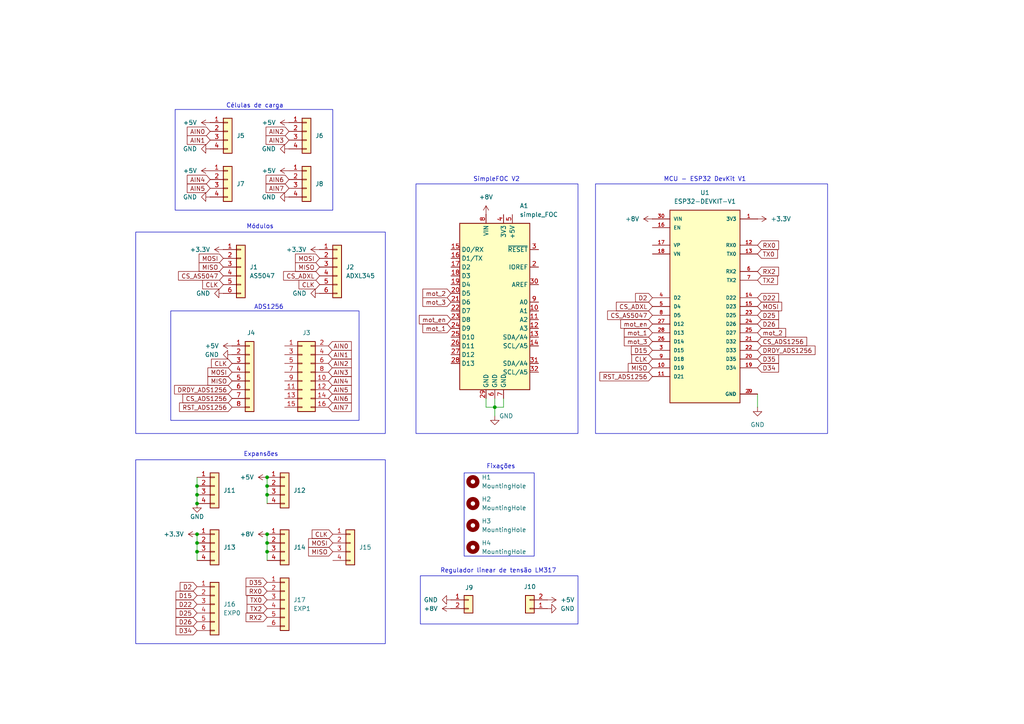
<source format=kicad_sch>
(kicad_sch
	(version 20250114)
	(generator "eeschema")
	(generator_version "9.0")
	(uuid "3ca14a81-a53b-43af-837d-82b8866fc73d")
	(paper "A4")
	(title_block
		(title "Placa Controle e Aquisição - Dinamômetro Aerogerador")
		(date "2025-11-26")
		(rev "0")
		(company "LEA - Mohamad Iacer Taleb Fares")
	)
	(lib_symbols
		(symbol "Connector_Generic:Conn_01x02"
			(pin_names
				(offset 1.016)
				(hide yes)
			)
			(exclude_from_sim no)
			(in_bom yes)
			(on_board yes)
			(property "Reference" "J"
				(at 0 2.54 0)
				(effects
					(font
						(size 1.27 1.27)
					)
				)
			)
			(property "Value" "Conn_01x02"
				(at 0 -5.08 0)
				(effects
					(font
						(size 1.27 1.27)
					)
				)
			)
			(property "Footprint" ""
				(at 0 0 0)
				(effects
					(font
						(size 1.27 1.27)
					)
					(hide yes)
				)
			)
			(property "Datasheet" "~"
				(at 0 0 0)
				(effects
					(font
						(size 1.27 1.27)
					)
					(hide yes)
				)
			)
			(property "Description" "Generic connector, single row, 01x02, script generated (kicad-library-utils/schlib/autogen/connector/)"
				(at 0 0 0)
				(effects
					(font
						(size 1.27 1.27)
					)
					(hide yes)
				)
			)
			(property "ki_keywords" "connector"
				(at 0 0 0)
				(effects
					(font
						(size 1.27 1.27)
					)
					(hide yes)
				)
			)
			(property "ki_fp_filters" "Connector*:*_1x??_*"
				(at 0 0 0)
				(effects
					(font
						(size 1.27 1.27)
					)
					(hide yes)
				)
			)
			(symbol "Conn_01x02_1_1"
				(rectangle
					(start -1.27 1.27)
					(end 1.27 -3.81)
					(stroke
						(width 0.254)
						(type default)
					)
					(fill
						(type background)
					)
				)
				(rectangle
					(start -1.27 0.127)
					(end 0 -0.127)
					(stroke
						(width 0.1524)
						(type default)
					)
					(fill
						(type none)
					)
				)
				(rectangle
					(start -1.27 -2.413)
					(end 0 -2.667)
					(stroke
						(width 0.1524)
						(type default)
					)
					(fill
						(type none)
					)
				)
				(pin passive line
					(at -5.08 0 0)
					(length 3.81)
					(name "Pin_1"
						(effects
							(font
								(size 1.27 1.27)
							)
						)
					)
					(number "1"
						(effects
							(font
								(size 1.27 1.27)
							)
						)
					)
				)
				(pin passive line
					(at -5.08 -2.54 0)
					(length 3.81)
					(name "Pin_2"
						(effects
							(font
								(size 1.27 1.27)
							)
						)
					)
					(number "2"
						(effects
							(font
								(size 1.27 1.27)
							)
						)
					)
				)
			)
			(embedded_fonts no)
		)
		(symbol "Connector_Generic:Conn_01x04"
			(pin_names
				(offset 1.016)
				(hide yes)
			)
			(exclude_from_sim no)
			(in_bom yes)
			(on_board yes)
			(property "Reference" "J"
				(at 0 5.08 0)
				(effects
					(font
						(size 1.27 1.27)
					)
				)
			)
			(property "Value" "Conn_01x04"
				(at 0 -7.62 0)
				(effects
					(font
						(size 1.27 1.27)
					)
				)
			)
			(property "Footprint" ""
				(at 0 0 0)
				(effects
					(font
						(size 1.27 1.27)
					)
					(hide yes)
				)
			)
			(property "Datasheet" "~"
				(at 0 0 0)
				(effects
					(font
						(size 1.27 1.27)
					)
					(hide yes)
				)
			)
			(property "Description" "Generic connector, single row, 01x04, script generated (kicad-library-utils/schlib/autogen/connector/)"
				(at 0 0 0)
				(effects
					(font
						(size 1.27 1.27)
					)
					(hide yes)
				)
			)
			(property "ki_keywords" "connector"
				(at 0 0 0)
				(effects
					(font
						(size 1.27 1.27)
					)
					(hide yes)
				)
			)
			(property "ki_fp_filters" "Connector*:*_1x??_*"
				(at 0 0 0)
				(effects
					(font
						(size 1.27 1.27)
					)
					(hide yes)
				)
			)
			(symbol "Conn_01x04_1_1"
				(rectangle
					(start -1.27 3.81)
					(end 1.27 -6.35)
					(stroke
						(width 0.254)
						(type default)
					)
					(fill
						(type background)
					)
				)
				(rectangle
					(start -1.27 2.667)
					(end 0 2.413)
					(stroke
						(width 0.1524)
						(type default)
					)
					(fill
						(type none)
					)
				)
				(rectangle
					(start -1.27 0.127)
					(end 0 -0.127)
					(stroke
						(width 0.1524)
						(type default)
					)
					(fill
						(type none)
					)
				)
				(rectangle
					(start -1.27 -2.413)
					(end 0 -2.667)
					(stroke
						(width 0.1524)
						(type default)
					)
					(fill
						(type none)
					)
				)
				(rectangle
					(start -1.27 -4.953)
					(end 0 -5.207)
					(stroke
						(width 0.1524)
						(type default)
					)
					(fill
						(type none)
					)
				)
				(pin passive line
					(at -5.08 2.54 0)
					(length 3.81)
					(name "Pin_1"
						(effects
							(font
								(size 1.27 1.27)
							)
						)
					)
					(number "1"
						(effects
							(font
								(size 1.27 1.27)
							)
						)
					)
				)
				(pin passive line
					(at -5.08 0 0)
					(length 3.81)
					(name "Pin_2"
						(effects
							(font
								(size 1.27 1.27)
							)
						)
					)
					(number "2"
						(effects
							(font
								(size 1.27 1.27)
							)
						)
					)
				)
				(pin passive line
					(at -5.08 -2.54 0)
					(length 3.81)
					(name "Pin_3"
						(effects
							(font
								(size 1.27 1.27)
							)
						)
					)
					(number "3"
						(effects
							(font
								(size 1.27 1.27)
							)
						)
					)
				)
				(pin passive line
					(at -5.08 -5.08 0)
					(length 3.81)
					(name "Pin_4"
						(effects
							(font
								(size 1.27 1.27)
							)
						)
					)
					(number "4"
						(effects
							(font
								(size 1.27 1.27)
							)
						)
					)
				)
			)
			(embedded_fonts no)
		)
		(symbol "Connector_Generic:Conn_01x06"
			(pin_names
				(offset 1.016)
				(hide yes)
			)
			(exclude_from_sim no)
			(in_bom yes)
			(on_board yes)
			(property "Reference" "J"
				(at 0 7.62 0)
				(effects
					(font
						(size 1.27 1.27)
					)
				)
			)
			(property "Value" "Conn_01x06"
				(at 0 -10.16 0)
				(effects
					(font
						(size 1.27 1.27)
					)
				)
			)
			(property "Footprint" ""
				(at 0 0 0)
				(effects
					(font
						(size 1.27 1.27)
					)
					(hide yes)
				)
			)
			(property "Datasheet" "~"
				(at 0 0 0)
				(effects
					(font
						(size 1.27 1.27)
					)
					(hide yes)
				)
			)
			(property "Description" "Generic connector, single row, 01x06, script generated (kicad-library-utils/schlib/autogen/connector/)"
				(at 0 0 0)
				(effects
					(font
						(size 1.27 1.27)
					)
					(hide yes)
				)
			)
			(property "ki_keywords" "connector"
				(at 0 0 0)
				(effects
					(font
						(size 1.27 1.27)
					)
					(hide yes)
				)
			)
			(property "ki_fp_filters" "Connector*:*_1x??_*"
				(at 0 0 0)
				(effects
					(font
						(size 1.27 1.27)
					)
					(hide yes)
				)
			)
			(symbol "Conn_01x06_1_1"
				(rectangle
					(start -1.27 6.35)
					(end 1.27 -8.89)
					(stroke
						(width 0.254)
						(type default)
					)
					(fill
						(type background)
					)
				)
				(rectangle
					(start -1.27 5.207)
					(end 0 4.953)
					(stroke
						(width 0.1524)
						(type default)
					)
					(fill
						(type none)
					)
				)
				(rectangle
					(start -1.27 2.667)
					(end 0 2.413)
					(stroke
						(width 0.1524)
						(type default)
					)
					(fill
						(type none)
					)
				)
				(rectangle
					(start -1.27 0.127)
					(end 0 -0.127)
					(stroke
						(width 0.1524)
						(type default)
					)
					(fill
						(type none)
					)
				)
				(rectangle
					(start -1.27 -2.413)
					(end 0 -2.667)
					(stroke
						(width 0.1524)
						(type default)
					)
					(fill
						(type none)
					)
				)
				(rectangle
					(start -1.27 -4.953)
					(end 0 -5.207)
					(stroke
						(width 0.1524)
						(type default)
					)
					(fill
						(type none)
					)
				)
				(rectangle
					(start -1.27 -7.493)
					(end 0 -7.747)
					(stroke
						(width 0.1524)
						(type default)
					)
					(fill
						(type none)
					)
				)
				(pin passive line
					(at -5.08 5.08 0)
					(length 3.81)
					(name "Pin_1"
						(effects
							(font
								(size 1.27 1.27)
							)
						)
					)
					(number "1"
						(effects
							(font
								(size 1.27 1.27)
							)
						)
					)
				)
				(pin passive line
					(at -5.08 2.54 0)
					(length 3.81)
					(name "Pin_2"
						(effects
							(font
								(size 1.27 1.27)
							)
						)
					)
					(number "2"
						(effects
							(font
								(size 1.27 1.27)
							)
						)
					)
				)
				(pin passive line
					(at -5.08 0 0)
					(length 3.81)
					(name "Pin_3"
						(effects
							(font
								(size 1.27 1.27)
							)
						)
					)
					(number "3"
						(effects
							(font
								(size 1.27 1.27)
							)
						)
					)
				)
				(pin passive line
					(at -5.08 -2.54 0)
					(length 3.81)
					(name "Pin_4"
						(effects
							(font
								(size 1.27 1.27)
							)
						)
					)
					(number "4"
						(effects
							(font
								(size 1.27 1.27)
							)
						)
					)
				)
				(pin passive line
					(at -5.08 -5.08 0)
					(length 3.81)
					(name "Pin_5"
						(effects
							(font
								(size 1.27 1.27)
							)
						)
					)
					(number "5"
						(effects
							(font
								(size 1.27 1.27)
							)
						)
					)
				)
				(pin passive line
					(at -5.08 -7.62 0)
					(length 3.81)
					(name "Pin_6"
						(effects
							(font
								(size 1.27 1.27)
							)
						)
					)
					(number "6"
						(effects
							(font
								(size 1.27 1.27)
							)
						)
					)
				)
			)
			(embedded_fonts no)
		)
		(symbol "Connector_Generic:Conn_01x08"
			(pin_names
				(offset 1.016)
				(hide yes)
			)
			(exclude_from_sim no)
			(in_bom yes)
			(on_board yes)
			(property "Reference" "J"
				(at 0 10.16 0)
				(effects
					(font
						(size 1.27 1.27)
					)
				)
			)
			(property "Value" "Conn_01x08"
				(at 0 -12.7 0)
				(effects
					(font
						(size 1.27 1.27)
					)
				)
			)
			(property "Footprint" ""
				(at 0 0 0)
				(effects
					(font
						(size 1.27 1.27)
					)
					(hide yes)
				)
			)
			(property "Datasheet" "~"
				(at 0 0 0)
				(effects
					(font
						(size 1.27 1.27)
					)
					(hide yes)
				)
			)
			(property "Description" "Generic connector, single row, 01x08, script generated (kicad-library-utils/schlib/autogen/connector/)"
				(at 0 0 0)
				(effects
					(font
						(size 1.27 1.27)
					)
					(hide yes)
				)
			)
			(property "ki_keywords" "connector"
				(at 0 0 0)
				(effects
					(font
						(size 1.27 1.27)
					)
					(hide yes)
				)
			)
			(property "ki_fp_filters" "Connector*:*_1x??_*"
				(at 0 0 0)
				(effects
					(font
						(size 1.27 1.27)
					)
					(hide yes)
				)
			)
			(symbol "Conn_01x08_1_1"
				(rectangle
					(start -1.27 8.89)
					(end 1.27 -11.43)
					(stroke
						(width 0.254)
						(type default)
					)
					(fill
						(type background)
					)
				)
				(rectangle
					(start -1.27 7.747)
					(end 0 7.493)
					(stroke
						(width 0.1524)
						(type default)
					)
					(fill
						(type none)
					)
				)
				(rectangle
					(start -1.27 5.207)
					(end 0 4.953)
					(stroke
						(width 0.1524)
						(type default)
					)
					(fill
						(type none)
					)
				)
				(rectangle
					(start -1.27 2.667)
					(end 0 2.413)
					(stroke
						(width 0.1524)
						(type default)
					)
					(fill
						(type none)
					)
				)
				(rectangle
					(start -1.27 0.127)
					(end 0 -0.127)
					(stroke
						(width 0.1524)
						(type default)
					)
					(fill
						(type none)
					)
				)
				(rectangle
					(start -1.27 -2.413)
					(end 0 -2.667)
					(stroke
						(width 0.1524)
						(type default)
					)
					(fill
						(type none)
					)
				)
				(rectangle
					(start -1.27 -4.953)
					(end 0 -5.207)
					(stroke
						(width 0.1524)
						(type default)
					)
					(fill
						(type none)
					)
				)
				(rectangle
					(start -1.27 -7.493)
					(end 0 -7.747)
					(stroke
						(width 0.1524)
						(type default)
					)
					(fill
						(type none)
					)
				)
				(rectangle
					(start -1.27 -10.033)
					(end 0 -10.287)
					(stroke
						(width 0.1524)
						(type default)
					)
					(fill
						(type none)
					)
				)
				(pin passive line
					(at -5.08 7.62 0)
					(length 3.81)
					(name "Pin_1"
						(effects
							(font
								(size 1.27 1.27)
							)
						)
					)
					(number "1"
						(effects
							(font
								(size 1.27 1.27)
							)
						)
					)
				)
				(pin passive line
					(at -5.08 5.08 0)
					(length 3.81)
					(name "Pin_2"
						(effects
							(font
								(size 1.27 1.27)
							)
						)
					)
					(number "2"
						(effects
							(font
								(size 1.27 1.27)
							)
						)
					)
				)
				(pin passive line
					(at -5.08 2.54 0)
					(length 3.81)
					(name "Pin_3"
						(effects
							(font
								(size 1.27 1.27)
							)
						)
					)
					(number "3"
						(effects
							(font
								(size 1.27 1.27)
							)
						)
					)
				)
				(pin passive line
					(at -5.08 0 0)
					(length 3.81)
					(name "Pin_4"
						(effects
							(font
								(size 1.27 1.27)
							)
						)
					)
					(number "4"
						(effects
							(font
								(size 1.27 1.27)
							)
						)
					)
				)
				(pin passive line
					(at -5.08 -2.54 0)
					(length 3.81)
					(name "Pin_5"
						(effects
							(font
								(size 1.27 1.27)
							)
						)
					)
					(number "5"
						(effects
							(font
								(size 1.27 1.27)
							)
						)
					)
				)
				(pin passive line
					(at -5.08 -5.08 0)
					(length 3.81)
					(name "Pin_6"
						(effects
							(font
								(size 1.27 1.27)
							)
						)
					)
					(number "6"
						(effects
							(font
								(size 1.27 1.27)
							)
						)
					)
				)
				(pin passive line
					(at -5.08 -7.62 0)
					(length 3.81)
					(name "Pin_7"
						(effects
							(font
								(size 1.27 1.27)
							)
						)
					)
					(number "7"
						(effects
							(font
								(size 1.27 1.27)
							)
						)
					)
				)
				(pin passive line
					(at -5.08 -10.16 0)
					(length 3.81)
					(name "Pin_8"
						(effects
							(font
								(size 1.27 1.27)
							)
						)
					)
					(number "8"
						(effects
							(font
								(size 1.27 1.27)
							)
						)
					)
				)
			)
			(embedded_fonts no)
		)
		(symbol "Connector_Generic:Conn_02x08_Odd_Even"
			(pin_names
				(offset 1.016)
				(hide yes)
			)
			(exclude_from_sim no)
			(in_bom yes)
			(on_board yes)
			(property "Reference" "J"
				(at 1.27 10.16 0)
				(effects
					(font
						(size 1.27 1.27)
					)
				)
			)
			(property "Value" "Conn_02x08_Odd_Even"
				(at 1.27 -12.7 0)
				(effects
					(font
						(size 1.27 1.27)
					)
				)
			)
			(property "Footprint" ""
				(at 0 0 0)
				(effects
					(font
						(size 1.27 1.27)
					)
					(hide yes)
				)
			)
			(property "Datasheet" "~"
				(at 0 0 0)
				(effects
					(font
						(size 1.27 1.27)
					)
					(hide yes)
				)
			)
			(property "Description" "Generic connector, double row, 02x08, odd/even pin numbering scheme (row 1 odd numbers, row 2 even numbers), script generated (kicad-library-utils/schlib/autogen/connector/)"
				(at 0 0 0)
				(effects
					(font
						(size 1.27 1.27)
					)
					(hide yes)
				)
			)
			(property "ki_keywords" "connector"
				(at 0 0 0)
				(effects
					(font
						(size 1.27 1.27)
					)
					(hide yes)
				)
			)
			(property "ki_fp_filters" "Connector*:*_2x??_*"
				(at 0 0 0)
				(effects
					(font
						(size 1.27 1.27)
					)
					(hide yes)
				)
			)
			(symbol "Conn_02x08_Odd_Even_1_1"
				(rectangle
					(start -1.27 8.89)
					(end 3.81 -11.43)
					(stroke
						(width 0.254)
						(type default)
					)
					(fill
						(type background)
					)
				)
				(rectangle
					(start -1.27 7.747)
					(end 0 7.493)
					(stroke
						(width 0.1524)
						(type default)
					)
					(fill
						(type none)
					)
				)
				(rectangle
					(start -1.27 5.207)
					(end 0 4.953)
					(stroke
						(width 0.1524)
						(type default)
					)
					(fill
						(type none)
					)
				)
				(rectangle
					(start -1.27 2.667)
					(end 0 2.413)
					(stroke
						(width 0.1524)
						(type default)
					)
					(fill
						(type none)
					)
				)
				(rectangle
					(start -1.27 0.127)
					(end 0 -0.127)
					(stroke
						(width 0.1524)
						(type default)
					)
					(fill
						(type none)
					)
				)
				(rectangle
					(start -1.27 -2.413)
					(end 0 -2.667)
					(stroke
						(width 0.1524)
						(type default)
					)
					(fill
						(type none)
					)
				)
				(rectangle
					(start -1.27 -4.953)
					(end 0 -5.207)
					(stroke
						(width 0.1524)
						(type default)
					)
					(fill
						(type none)
					)
				)
				(rectangle
					(start -1.27 -7.493)
					(end 0 -7.747)
					(stroke
						(width 0.1524)
						(type default)
					)
					(fill
						(type none)
					)
				)
				(rectangle
					(start -1.27 -10.033)
					(end 0 -10.287)
					(stroke
						(width 0.1524)
						(type default)
					)
					(fill
						(type none)
					)
				)
				(rectangle
					(start 3.81 7.747)
					(end 2.54 7.493)
					(stroke
						(width 0.1524)
						(type default)
					)
					(fill
						(type none)
					)
				)
				(rectangle
					(start 3.81 5.207)
					(end 2.54 4.953)
					(stroke
						(width 0.1524)
						(type default)
					)
					(fill
						(type none)
					)
				)
				(rectangle
					(start 3.81 2.667)
					(end 2.54 2.413)
					(stroke
						(width 0.1524)
						(type default)
					)
					(fill
						(type none)
					)
				)
				(rectangle
					(start 3.81 0.127)
					(end 2.54 -0.127)
					(stroke
						(width 0.1524)
						(type default)
					)
					(fill
						(type none)
					)
				)
				(rectangle
					(start 3.81 -2.413)
					(end 2.54 -2.667)
					(stroke
						(width 0.1524)
						(type default)
					)
					(fill
						(type none)
					)
				)
				(rectangle
					(start 3.81 -4.953)
					(end 2.54 -5.207)
					(stroke
						(width 0.1524)
						(type default)
					)
					(fill
						(type none)
					)
				)
				(rectangle
					(start 3.81 -7.493)
					(end 2.54 -7.747)
					(stroke
						(width 0.1524)
						(type default)
					)
					(fill
						(type none)
					)
				)
				(rectangle
					(start 3.81 -10.033)
					(end 2.54 -10.287)
					(stroke
						(width 0.1524)
						(type default)
					)
					(fill
						(type none)
					)
				)
				(pin passive line
					(at -5.08 7.62 0)
					(length 3.81)
					(name "Pin_1"
						(effects
							(font
								(size 1.27 1.27)
							)
						)
					)
					(number "1"
						(effects
							(font
								(size 1.27 1.27)
							)
						)
					)
				)
				(pin passive line
					(at -5.08 5.08 0)
					(length 3.81)
					(name "Pin_3"
						(effects
							(font
								(size 1.27 1.27)
							)
						)
					)
					(number "3"
						(effects
							(font
								(size 1.27 1.27)
							)
						)
					)
				)
				(pin passive line
					(at -5.08 2.54 0)
					(length 3.81)
					(name "Pin_5"
						(effects
							(font
								(size 1.27 1.27)
							)
						)
					)
					(number "5"
						(effects
							(font
								(size 1.27 1.27)
							)
						)
					)
				)
				(pin passive line
					(at -5.08 0 0)
					(length 3.81)
					(name "Pin_7"
						(effects
							(font
								(size 1.27 1.27)
							)
						)
					)
					(number "7"
						(effects
							(font
								(size 1.27 1.27)
							)
						)
					)
				)
				(pin passive line
					(at -5.08 -2.54 0)
					(length 3.81)
					(name "Pin_9"
						(effects
							(font
								(size 1.27 1.27)
							)
						)
					)
					(number "9"
						(effects
							(font
								(size 1.27 1.27)
							)
						)
					)
				)
				(pin passive line
					(at -5.08 -5.08 0)
					(length 3.81)
					(name "Pin_11"
						(effects
							(font
								(size 1.27 1.27)
							)
						)
					)
					(number "11"
						(effects
							(font
								(size 1.27 1.27)
							)
						)
					)
				)
				(pin passive line
					(at -5.08 -7.62 0)
					(length 3.81)
					(name "Pin_13"
						(effects
							(font
								(size 1.27 1.27)
							)
						)
					)
					(number "13"
						(effects
							(font
								(size 1.27 1.27)
							)
						)
					)
				)
				(pin passive line
					(at -5.08 -10.16 0)
					(length 3.81)
					(name "Pin_15"
						(effects
							(font
								(size 1.27 1.27)
							)
						)
					)
					(number "15"
						(effects
							(font
								(size 1.27 1.27)
							)
						)
					)
				)
				(pin passive line
					(at 7.62 7.62 180)
					(length 3.81)
					(name "Pin_2"
						(effects
							(font
								(size 1.27 1.27)
							)
						)
					)
					(number "2"
						(effects
							(font
								(size 1.27 1.27)
							)
						)
					)
				)
				(pin passive line
					(at 7.62 5.08 180)
					(length 3.81)
					(name "Pin_4"
						(effects
							(font
								(size 1.27 1.27)
							)
						)
					)
					(number "4"
						(effects
							(font
								(size 1.27 1.27)
							)
						)
					)
				)
				(pin passive line
					(at 7.62 2.54 180)
					(length 3.81)
					(name "Pin_6"
						(effects
							(font
								(size 1.27 1.27)
							)
						)
					)
					(number "6"
						(effects
							(font
								(size 1.27 1.27)
							)
						)
					)
				)
				(pin passive line
					(at 7.62 0 180)
					(length 3.81)
					(name "Pin_8"
						(effects
							(font
								(size 1.27 1.27)
							)
						)
					)
					(number "8"
						(effects
							(font
								(size 1.27 1.27)
							)
						)
					)
				)
				(pin passive line
					(at 7.62 -2.54 180)
					(length 3.81)
					(name "Pin_10"
						(effects
							(font
								(size 1.27 1.27)
							)
						)
					)
					(number "10"
						(effects
							(font
								(size 1.27 1.27)
							)
						)
					)
				)
				(pin passive line
					(at 7.62 -5.08 180)
					(length 3.81)
					(name "Pin_12"
						(effects
							(font
								(size 1.27 1.27)
							)
						)
					)
					(number "12"
						(effects
							(font
								(size 1.27 1.27)
							)
						)
					)
				)
				(pin passive line
					(at 7.62 -7.62 180)
					(length 3.81)
					(name "Pin_14"
						(effects
							(font
								(size 1.27 1.27)
							)
						)
					)
					(number "14"
						(effects
							(font
								(size 1.27 1.27)
							)
						)
					)
				)
				(pin passive line
					(at 7.62 -10.16 180)
					(length 3.81)
					(name "Pin_16"
						(effects
							(font
								(size 1.27 1.27)
							)
						)
					)
					(number "16"
						(effects
							(font
								(size 1.27 1.27)
							)
						)
					)
				)
			)
			(embedded_fonts no)
		)
		(symbol "ESP32-DEVKIT-V1:ESP32-DEVKIT-V1"
			(pin_names
				(offset 1.016)
			)
			(exclude_from_sim no)
			(in_bom yes)
			(on_board yes)
			(property "Reference" "U"
				(at -10.16 30.48 0)
				(effects
					(font
						(size 1.27 1.27)
					)
					(justify left top)
				)
			)
			(property "Value" "ESP32-DEVKIT-V1"
				(at -10.16 -30.48 0)
				(effects
					(font
						(size 1.27 1.27)
					)
					(justify left bottom)
				)
			)
			(property "Footprint" "ESP32-DEVKIT-V1:MODULE_ESP32_DEVKIT_V1"
				(at 0 0 0)
				(effects
					(font
						(size 1.27 1.27)
					)
					(justify bottom)
					(hide yes)
				)
			)
			(property "Datasheet" ""
				(at 0 0 0)
				(effects
					(font
						(size 1.27 1.27)
					)
					(hide yes)
				)
			)
			(property "Description" ""
				(at 0 0 0)
				(effects
					(font
						(size 1.27 1.27)
					)
					(hide yes)
				)
			)
			(property "MF" "Do it"
				(at 0 0 0)
				(effects
					(font
						(size 1.27 1.27)
					)
					(justify bottom)
					(hide yes)
				)
			)
			(property "MAXIMUM_PACKAGE_HEIGHT" "6.8 mm"
				(at 0 0 0)
				(effects
					(font
						(size 1.27 1.27)
					)
					(justify bottom)
					(hide yes)
				)
			)
			(property "Package" "None"
				(at 0 0 0)
				(effects
					(font
						(size 1.27 1.27)
					)
					(justify bottom)
					(hide yes)
				)
			)
			(property "Price" "None"
				(at 0 0 0)
				(effects
					(font
						(size 1.27 1.27)
					)
					(justify bottom)
					(hide yes)
				)
			)
			(property "Check_prices" "https://www.snapeda.com/parts/ESP32-DEVKIT-V1/Do+it/view-part/?ref=eda"
				(at 0 0 0)
				(effects
					(font
						(size 1.27 1.27)
					)
					(justify bottom)
					(hide yes)
				)
			)
			(property "STANDARD" "Manufacturer Recommendations"
				(at 0 0 0)
				(effects
					(font
						(size 1.27 1.27)
					)
					(justify bottom)
					(hide yes)
				)
			)
			(property "PARTREV" "N/A"
				(at 0 0 0)
				(effects
					(font
						(size 1.27 1.27)
					)
					(justify bottom)
					(hide yes)
				)
			)
			(property "SnapEDA_Link" "https://www.snapeda.com/parts/ESP32-DEVKIT-V1/Do+it/view-part/?ref=snap"
				(at 0 0 0)
				(effects
					(font
						(size 1.27 1.27)
					)
					(justify bottom)
					(hide yes)
				)
			)
			(property "MP" "ESP32-DEVKIT-V1"
				(at 0 0 0)
				(effects
					(font
						(size 1.27 1.27)
					)
					(justify bottom)
					(hide yes)
				)
			)
			(property "Description_1" "Dual core, Wi-Fi: 2.4 GHz up to 150 Mbits/s,BLE (Bluetooth Low Energy) and legacy Bluetooth, 32 bits, Up to 240 MHz"
				(at 0 0 0)
				(effects
					(font
						(size 1.27 1.27)
					)
					(justify bottom)
					(hide yes)
				)
			)
			(property "Availability" "Not in stock"
				(at 0 0 0)
				(effects
					(font
						(size 1.27 1.27)
					)
					(justify bottom)
					(hide yes)
				)
			)
			(property "MANUFACTURER" "DOIT"
				(at 0 0 0)
				(effects
					(font
						(size 1.27 1.27)
					)
					(justify bottom)
					(hide yes)
				)
			)
			(symbol "ESP32-DEVKIT-V1_0_0"
				(rectangle
					(start -10.16 -27.94)
					(end 10.16 27.94)
					(stroke
						(width 0.254)
						(type default)
					)
					(fill
						(type background)
					)
				)
				(pin input line
					(at -15.24 25.4 0)
					(length 5.08)
					(name "VIN"
						(effects
							(font
								(size 1.016 1.016)
							)
						)
					)
					(number "30"
						(effects
							(font
								(size 1.016 1.016)
							)
						)
					)
				)
				(pin input line
					(at -15.24 22.86 0)
					(length 5.08)
					(name "EN"
						(effects
							(font
								(size 1.016 1.016)
							)
						)
					)
					(number "16"
						(effects
							(font
								(size 1.016 1.016)
							)
						)
					)
				)
				(pin bidirectional line
					(at -15.24 17.78 0)
					(length 5.08)
					(name "VP"
						(effects
							(font
								(size 1.016 1.016)
							)
						)
					)
					(number "17"
						(effects
							(font
								(size 1.016 1.016)
							)
						)
					)
				)
				(pin bidirectional line
					(at -15.24 15.24 0)
					(length 5.08)
					(name "VN"
						(effects
							(font
								(size 1.016 1.016)
							)
						)
					)
					(number "18"
						(effects
							(font
								(size 1.016 1.016)
							)
						)
					)
				)
				(pin bidirectional line
					(at -15.24 2.54 0)
					(length 5.08)
					(name "D2"
						(effects
							(font
								(size 1.016 1.016)
							)
						)
					)
					(number "4"
						(effects
							(font
								(size 1.016 1.016)
							)
						)
					)
				)
				(pin bidirectional line
					(at -15.24 0 0)
					(length 5.08)
					(name "D4"
						(effects
							(font
								(size 1.016 1.016)
							)
						)
					)
					(number "5"
						(effects
							(font
								(size 1.016 1.016)
							)
						)
					)
				)
				(pin bidirectional line
					(at -15.24 -2.54 0)
					(length 5.08)
					(name "D5"
						(effects
							(font
								(size 1.016 1.016)
							)
						)
					)
					(number "8"
						(effects
							(font
								(size 1.016 1.016)
							)
						)
					)
				)
				(pin bidirectional line
					(at -15.24 -5.08 0)
					(length 5.08)
					(name "D12"
						(effects
							(font
								(size 1.016 1.016)
							)
						)
					)
					(number "27"
						(effects
							(font
								(size 1.016 1.016)
							)
						)
					)
				)
				(pin bidirectional line
					(at -15.24 -7.62 0)
					(length 5.08)
					(name "D13"
						(effects
							(font
								(size 1.016 1.016)
							)
						)
					)
					(number "28"
						(effects
							(font
								(size 1.016 1.016)
							)
						)
					)
				)
				(pin bidirectional line
					(at -15.24 -10.16 0)
					(length 5.08)
					(name "D14"
						(effects
							(font
								(size 1.016 1.016)
							)
						)
					)
					(number "26"
						(effects
							(font
								(size 1.016 1.016)
							)
						)
					)
				)
				(pin bidirectional line
					(at -15.24 -12.7 0)
					(length 5.08)
					(name "D15"
						(effects
							(font
								(size 1.016 1.016)
							)
						)
					)
					(number "3"
						(effects
							(font
								(size 1.016 1.016)
							)
						)
					)
				)
				(pin bidirectional line
					(at -15.24 -15.24 0)
					(length 5.08)
					(name "D18"
						(effects
							(font
								(size 1.016 1.016)
							)
						)
					)
					(number "9"
						(effects
							(font
								(size 1.016 1.016)
							)
						)
					)
				)
				(pin bidirectional line
					(at -15.24 -17.78 0)
					(length 5.08)
					(name "D19"
						(effects
							(font
								(size 1.016 1.016)
							)
						)
					)
					(number "10"
						(effects
							(font
								(size 1.016 1.016)
							)
						)
					)
				)
				(pin bidirectional line
					(at -15.24 -20.32 0)
					(length 5.08)
					(name "D21"
						(effects
							(font
								(size 1.016 1.016)
							)
						)
					)
					(number "11"
						(effects
							(font
								(size 1.016 1.016)
							)
						)
					)
				)
				(pin output line
					(at 15.24 25.4 180)
					(length 5.08)
					(name "3V3"
						(effects
							(font
								(size 1.016 1.016)
							)
						)
					)
					(number "1"
						(effects
							(font
								(size 1.016 1.016)
							)
						)
					)
				)
				(pin input line
					(at 15.24 17.78 180)
					(length 5.08)
					(name "RX0"
						(effects
							(font
								(size 1.016 1.016)
							)
						)
					)
					(number "12"
						(effects
							(font
								(size 1.016 1.016)
							)
						)
					)
				)
				(pin output line
					(at 15.24 15.24 180)
					(length 5.08)
					(name "TX0"
						(effects
							(font
								(size 1.016 1.016)
							)
						)
					)
					(number "13"
						(effects
							(font
								(size 1.016 1.016)
							)
						)
					)
				)
				(pin input line
					(at 15.24 10.16 180)
					(length 5.08)
					(name "RX2"
						(effects
							(font
								(size 1.016 1.016)
							)
						)
					)
					(number "6"
						(effects
							(font
								(size 1.016 1.016)
							)
						)
					)
				)
				(pin output line
					(at 15.24 7.62 180)
					(length 5.08)
					(name "TX2"
						(effects
							(font
								(size 1.016 1.016)
							)
						)
					)
					(number "7"
						(effects
							(font
								(size 1.016 1.016)
							)
						)
					)
				)
				(pin bidirectional line
					(at 15.24 2.54 180)
					(length 5.08)
					(name "D22"
						(effects
							(font
								(size 1.016 1.016)
							)
						)
					)
					(number "14"
						(effects
							(font
								(size 1.016 1.016)
							)
						)
					)
				)
				(pin bidirectional line
					(at 15.24 0 180)
					(length 5.08)
					(name "D23"
						(effects
							(font
								(size 1.016 1.016)
							)
						)
					)
					(number "15"
						(effects
							(font
								(size 1.016 1.016)
							)
						)
					)
				)
				(pin bidirectional line
					(at 15.24 -2.54 180)
					(length 5.08)
					(name "D25"
						(effects
							(font
								(size 1.016 1.016)
							)
						)
					)
					(number "23"
						(effects
							(font
								(size 1.016 1.016)
							)
						)
					)
				)
				(pin bidirectional line
					(at 15.24 -5.08 180)
					(length 5.08)
					(name "D26"
						(effects
							(font
								(size 1.016 1.016)
							)
						)
					)
					(number "24"
						(effects
							(font
								(size 1.016 1.016)
							)
						)
					)
				)
				(pin bidirectional line
					(at 15.24 -7.62 180)
					(length 5.08)
					(name "D27"
						(effects
							(font
								(size 1.016 1.016)
							)
						)
					)
					(number "25"
						(effects
							(font
								(size 1.016 1.016)
							)
						)
					)
				)
				(pin bidirectional line
					(at 15.24 -10.16 180)
					(length 5.08)
					(name "D32"
						(effects
							(font
								(size 1.016 1.016)
							)
						)
					)
					(number "21"
						(effects
							(font
								(size 1.016 1.016)
							)
						)
					)
				)
				(pin bidirectional line
					(at 15.24 -12.7 180)
					(length 5.08)
					(name "D33"
						(effects
							(font
								(size 1.016 1.016)
							)
						)
					)
					(number "22"
						(effects
							(font
								(size 1.016 1.016)
							)
						)
					)
				)
				(pin bidirectional line
					(at 15.24 -15.24 180)
					(length 5.08)
					(name "D35"
						(effects
							(font
								(size 1.016 1.016)
							)
						)
					)
					(number "20"
						(effects
							(font
								(size 1.016 1.016)
							)
						)
					)
				)
				(pin bidirectional line
					(at 15.24 -17.78 180)
					(length 5.08)
					(name "D34"
						(effects
							(font
								(size 1.016 1.016)
							)
						)
					)
					(number "19"
						(effects
							(font
								(size 1.016 1.016)
							)
						)
					)
				)
				(pin power_in line
					(at 15.24 -25.4 180)
					(length 5.08)
					(name "GND"
						(effects
							(font
								(size 1.016 1.016)
							)
						)
					)
					(number "2"
						(effects
							(font
								(size 1.016 1.016)
							)
						)
					)
				)
				(pin power_in line
					(at 15.24 -25.4 180)
					(length 5.08)
					(name "GND"
						(effects
							(font
								(size 1.016 1.016)
							)
						)
					)
					(number "29"
						(effects
							(font
								(size 1.016 1.016)
							)
						)
					)
				)
			)
			(embedded_fonts no)
		)
		(symbol "MCU_Module:Arduino_UNO_R3"
			(exclude_from_sim no)
			(in_bom yes)
			(on_board yes)
			(property "Reference" "A"
				(at -10.16 23.495 0)
				(effects
					(font
						(size 1.27 1.27)
					)
					(justify left bottom)
				)
			)
			(property "Value" "Arduino_UNO_R3"
				(at 5.08 -26.67 0)
				(effects
					(font
						(size 1.27 1.27)
					)
					(justify left top)
				)
			)
			(property "Footprint" "Module:Arduino_UNO_R3"
				(at 0 0 0)
				(effects
					(font
						(size 1.27 1.27)
						(italic yes)
					)
					(hide yes)
				)
			)
			(property "Datasheet" "https://www.arduino.cc/en/Main/arduinoBoardUno"
				(at 0 0 0)
				(effects
					(font
						(size 1.27 1.27)
					)
					(hide yes)
				)
			)
			(property "Description" "Arduino UNO Microcontroller Module, release 3"
				(at 0 0 0)
				(effects
					(font
						(size 1.27 1.27)
					)
					(hide yes)
				)
			)
			(property "ki_keywords" "Arduino UNO R3 Microcontroller Module Atmel AVR USB"
				(at 0 0 0)
				(effects
					(font
						(size 1.27 1.27)
					)
					(hide yes)
				)
			)
			(property "ki_fp_filters" "Arduino*UNO*R3*"
				(at 0 0 0)
				(effects
					(font
						(size 1.27 1.27)
					)
					(hide yes)
				)
			)
			(symbol "Arduino_UNO_R3_0_1"
				(rectangle
					(start -10.16 22.86)
					(end 10.16 -25.4)
					(stroke
						(width 0.254)
						(type default)
					)
					(fill
						(type background)
					)
				)
			)
			(symbol "Arduino_UNO_R3_1_1"
				(pin bidirectional line
					(at -12.7 15.24 0)
					(length 2.54)
					(name "D0/RX"
						(effects
							(font
								(size 1.27 1.27)
							)
						)
					)
					(number "15"
						(effects
							(font
								(size 1.27 1.27)
							)
						)
					)
				)
				(pin bidirectional line
					(at -12.7 12.7 0)
					(length 2.54)
					(name "D1/TX"
						(effects
							(font
								(size 1.27 1.27)
							)
						)
					)
					(number "16"
						(effects
							(font
								(size 1.27 1.27)
							)
						)
					)
				)
				(pin bidirectional line
					(at -12.7 10.16 0)
					(length 2.54)
					(name "D2"
						(effects
							(font
								(size 1.27 1.27)
							)
						)
					)
					(number "17"
						(effects
							(font
								(size 1.27 1.27)
							)
						)
					)
				)
				(pin bidirectional line
					(at -12.7 7.62 0)
					(length 2.54)
					(name "D3"
						(effects
							(font
								(size 1.27 1.27)
							)
						)
					)
					(number "18"
						(effects
							(font
								(size 1.27 1.27)
							)
						)
					)
				)
				(pin bidirectional line
					(at -12.7 5.08 0)
					(length 2.54)
					(name "D4"
						(effects
							(font
								(size 1.27 1.27)
							)
						)
					)
					(number "19"
						(effects
							(font
								(size 1.27 1.27)
							)
						)
					)
				)
				(pin bidirectional line
					(at -12.7 2.54 0)
					(length 2.54)
					(name "D5"
						(effects
							(font
								(size 1.27 1.27)
							)
						)
					)
					(number "20"
						(effects
							(font
								(size 1.27 1.27)
							)
						)
					)
				)
				(pin bidirectional line
					(at -12.7 0 0)
					(length 2.54)
					(name "D6"
						(effects
							(font
								(size 1.27 1.27)
							)
						)
					)
					(number "21"
						(effects
							(font
								(size 1.27 1.27)
							)
						)
					)
				)
				(pin bidirectional line
					(at -12.7 -2.54 0)
					(length 2.54)
					(name "D7"
						(effects
							(font
								(size 1.27 1.27)
							)
						)
					)
					(number "22"
						(effects
							(font
								(size 1.27 1.27)
							)
						)
					)
				)
				(pin bidirectional line
					(at -12.7 -5.08 0)
					(length 2.54)
					(name "D8"
						(effects
							(font
								(size 1.27 1.27)
							)
						)
					)
					(number "23"
						(effects
							(font
								(size 1.27 1.27)
							)
						)
					)
				)
				(pin bidirectional line
					(at -12.7 -7.62 0)
					(length 2.54)
					(name "D9"
						(effects
							(font
								(size 1.27 1.27)
							)
						)
					)
					(number "24"
						(effects
							(font
								(size 1.27 1.27)
							)
						)
					)
				)
				(pin bidirectional line
					(at -12.7 -10.16 0)
					(length 2.54)
					(name "D10"
						(effects
							(font
								(size 1.27 1.27)
							)
						)
					)
					(number "25"
						(effects
							(font
								(size 1.27 1.27)
							)
						)
					)
				)
				(pin bidirectional line
					(at -12.7 -12.7 0)
					(length 2.54)
					(name "D11"
						(effects
							(font
								(size 1.27 1.27)
							)
						)
					)
					(number "26"
						(effects
							(font
								(size 1.27 1.27)
							)
						)
					)
				)
				(pin bidirectional line
					(at -12.7 -15.24 0)
					(length 2.54)
					(name "D12"
						(effects
							(font
								(size 1.27 1.27)
							)
						)
					)
					(number "27"
						(effects
							(font
								(size 1.27 1.27)
							)
						)
					)
				)
				(pin bidirectional line
					(at -12.7 -17.78 0)
					(length 2.54)
					(name "D13"
						(effects
							(font
								(size 1.27 1.27)
							)
						)
					)
					(number "28"
						(effects
							(font
								(size 1.27 1.27)
							)
						)
					)
				)
				(pin no_connect line
					(at -10.16 -20.32 0)
					(length 2.54)
					(hide yes)
					(name "NC"
						(effects
							(font
								(size 1.27 1.27)
							)
						)
					)
					(number "1"
						(effects
							(font
								(size 1.27 1.27)
							)
						)
					)
				)
				(pin power_in line
					(at -2.54 25.4 270)
					(length 2.54)
					(name "VIN"
						(effects
							(font
								(size 1.27 1.27)
							)
						)
					)
					(number "8"
						(effects
							(font
								(size 1.27 1.27)
							)
						)
					)
				)
				(pin power_in line
					(at -2.54 -27.94 90)
					(length 2.54)
					(name "GND"
						(effects
							(font
								(size 1.27 1.27)
							)
						)
					)
					(number "29"
						(effects
							(font
								(size 1.27 1.27)
							)
						)
					)
				)
				(pin power_in line
					(at 0 -27.94 90)
					(length 2.54)
					(name "GND"
						(effects
							(font
								(size 1.27 1.27)
							)
						)
					)
					(number "6"
						(effects
							(font
								(size 1.27 1.27)
							)
						)
					)
				)
				(pin power_out line
					(at 2.54 25.4 270)
					(length 2.54)
					(name "3V3"
						(effects
							(font
								(size 1.27 1.27)
							)
						)
					)
					(number "4"
						(effects
							(font
								(size 1.27 1.27)
							)
						)
					)
				)
				(pin power_in line
					(at 2.54 -27.94 90)
					(length 2.54)
					(name "GND"
						(effects
							(font
								(size 1.27 1.27)
							)
						)
					)
					(number "7"
						(effects
							(font
								(size 1.27 1.27)
							)
						)
					)
				)
				(pin power_out line
					(at 5.08 25.4 270)
					(length 2.54)
					(name "+5V"
						(effects
							(font
								(size 1.27 1.27)
							)
						)
					)
					(number "5"
						(effects
							(font
								(size 1.27 1.27)
							)
						)
					)
				)
				(pin input line
					(at 12.7 15.24 180)
					(length 2.54)
					(name "~{RESET}"
						(effects
							(font
								(size 1.27 1.27)
							)
						)
					)
					(number "3"
						(effects
							(font
								(size 1.27 1.27)
							)
						)
					)
				)
				(pin output line
					(at 12.7 10.16 180)
					(length 2.54)
					(name "IOREF"
						(effects
							(font
								(size 1.27 1.27)
							)
						)
					)
					(number "2"
						(effects
							(font
								(size 1.27 1.27)
							)
						)
					)
				)
				(pin input line
					(at 12.7 5.08 180)
					(length 2.54)
					(name "AREF"
						(effects
							(font
								(size 1.27 1.27)
							)
						)
					)
					(number "30"
						(effects
							(font
								(size 1.27 1.27)
							)
						)
					)
				)
				(pin bidirectional line
					(at 12.7 0 180)
					(length 2.54)
					(name "A0"
						(effects
							(font
								(size 1.27 1.27)
							)
						)
					)
					(number "9"
						(effects
							(font
								(size 1.27 1.27)
							)
						)
					)
				)
				(pin bidirectional line
					(at 12.7 -2.54 180)
					(length 2.54)
					(name "A1"
						(effects
							(font
								(size 1.27 1.27)
							)
						)
					)
					(number "10"
						(effects
							(font
								(size 1.27 1.27)
							)
						)
					)
				)
				(pin bidirectional line
					(at 12.7 -5.08 180)
					(length 2.54)
					(name "A2"
						(effects
							(font
								(size 1.27 1.27)
							)
						)
					)
					(number "11"
						(effects
							(font
								(size 1.27 1.27)
							)
						)
					)
				)
				(pin bidirectional line
					(at 12.7 -7.62 180)
					(length 2.54)
					(name "A3"
						(effects
							(font
								(size 1.27 1.27)
							)
						)
					)
					(number "12"
						(effects
							(font
								(size 1.27 1.27)
							)
						)
					)
				)
				(pin bidirectional line
					(at 12.7 -10.16 180)
					(length 2.54)
					(name "SDA/A4"
						(effects
							(font
								(size 1.27 1.27)
							)
						)
					)
					(number "13"
						(effects
							(font
								(size 1.27 1.27)
							)
						)
					)
				)
				(pin bidirectional line
					(at 12.7 -12.7 180)
					(length 2.54)
					(name "SCL/A5"
						(effects
							(font
								(size 1.27 1.27)
							)
						)
					)
					(number "14"
						(effects
							(font
								(size 1.27 1.27)
							)
						)
					)
				)
				(pin bidirectional line
					(at 12.7 -17.78 180)
					(length 2.54)
					(name "SDA/A4"
						(effects
							(font
								(size 1.27 1.27)
							)
						)
					)
					(number "31"
						(effects
							(font
								(size 1.27 1.27)
							)
						)
					)
				)
				(pin bidirectional line
					(at 12.7 -20.32 180)
					(length 2.54)
					(name "SCL/A5"
						(effects
							(font
								(size 1.27 1.27)
							)
						)
					)
					(number "32"
						(effects
							(font
								(size 1.27 1.27)
							)
						)
					)
				)
			)
			(embedded_fonts no)
		)
		(symbol "Mechanical:MountingHole"
			(pin_names
				(offset 1.016)
			)
			(exclude_from_sim no)
			(in_bom no)
			(on_board yes)
			(property "Reference" "H"
				(at 0 5.08 0)
				(effects
					(font
						(size 1.27 1.27)
					)
				)
			)
			(property "Value" "MountingHole"
				(at 0 3.175 0)
				(effects
					(font
						(size 1.27 1.27)
					)
				)
			)
			(property "Footprint" ""
				(at 0 0 0)
				(effects
					(font
						(size 1.27 1.27)
					)
					(hide yes)
				)
			)
			(property "Datasheet" "~"
				(at 0 0 0)
				(effects
					(font
						(size 1.27 1.27)
					)
					(hide yes)
				)
			)
			(property "Description" "Mounting Hole without connection"
				(at 0 0 0)
				(effects
					(font
						(size 1.27 1.27)
					)
					(hide yes)
				)
			)
			(property "ki_keywords" "mounting hole"
				(at 0 0 0)
				(effects
					(font
						(size 1.27 1.27)
					)
					(hide yes)
				)
			)
			(property "ki_fp_filters" "MountingHole*"
				(at 0 0 0)
				(effects
					(font
						(size 1.27 1.27)
					)
					(hide yes)
				)
			)
			(symbol "MountingHole_0_1"
				(circle
					(center 0 0)
					(radius 1.27)
					(stroke
						(width 1.27)
						(type default)
					)
					(fill
						(type none)
					)
				)
			)
			(embedded_fonts no)
		)
		(symbol "power:+3.3V"
			(power)
			(pin_numbers
				(hide yes)
			)
			(pin_names
				(offset 0)
				(hide yes)
			)
			(exclude_from_sim no)
			(in_bom yes)
			(on_board yes)
			(property "Reference" "#PWR"
				(at 0 -3.81 0)
				(effects
					(font
						(size 1.27 1.27)
					)
					(hide yes)
				)
			)
			(property "Value" "+3.3V"
				(at 0 3.556 0)
				(effects
					(font
						(size 1.27 1.27)
					)
				)
			)
			(property "Footprint" ""
				(at 0 0 0)
				(effects
					(font
						(size 1.27 1.27)
					)
					(hide yes)
				)
			)
			(property "Datasheet" ""
				(at 0 0 0)
				(effects
					(font
						(size 1.27 1.27)
					)
					(hide yes)
				)
			)
			(property "Description" "Power symbol creates a global label with name \"+3.3V\""
				(at 0 0 0)
				(effects
					(font
						(size 1.27 1.27)
					)
					(hide yes)
				)
			)
			(property "ki_keywords" "global power"
				(at 0 0 0)
				(effects
					(font
						(size 1.27 1.27)
					)
					(hide yes)
				)
			)
			(symbol "+3.3V_0_1"
				(polyline
					(pts
						(xy -0.762 1.27) (xy 0 2.54)
					)
					(stroke
						(width 0)
						(type default)
					)
					(fill
						(type none)
					)
				)
				(polyline
					(pts
						(xy 0 2.54) (xy 0.762 1.27)
					)
					(stroke
						(width 0)
						(type default)
					)
					(fill
						(type none)
					)
				)
				(polyline
					(pts
						(xy 0 0) (xy 0 2.54)
					)
					(stroke
						(width 0)
						(type default)
					)
					(fill
						(type none)
					)
				)
			)
			(symbol "+3.3V_1_1"
				(pin power_in line
					(at 0 0 90)
					(length 0)
					(name "~"
						(effects
							(font
								(size 1.27 1.27)
							)
						)
					)
					(number "1"
						(effects
							(font
								(size 1.27 1.27)
							)
						)
					)
				)
			)
			(embedded_fonts no)
		)
		(symbol "power:+5V"
			(power)
			(pin_numbers
				(hide yes)
			)
			(pin_names
				(offset 0)
				(hide yes)
			)
			(exclude_from_sim no)
			(in_bom yes)
			(on_board yes)
			(property "Reference" "#PWR"
				(at 0 -3.81 0)
				(effects
					(font
						(size 1.27 1.27)
					)
					(hide yes)
				)
			)
			(property "Value" "+5V"
				(at 0 3.556 0)
				(effects
					(font
						(size 1.27 1.27)
					)
				)
			)
			(property "Footprint" ""
				(at 0 0 0)
				(effects
					(font
						(size 1.27 1.27)
					)
					(hide yes)
				)
			)
			(property "Datasheet" ""
				(at 0 0 0)
				(effects
					(font
						(size 1.27 1.27)
					)
					(hide yes)
				)
			)
			(property "Description" "Power symbol creates a global label with name \"+5V\""
				(at 0 0 0)
				(effects
					(font
						(size 1.27 1.27)
					)
					(hide yes)
				)
			)
			(property "ki_keywords" "global power"
				(at 0 0 0)
				(effects
					(font
						(size 1.27 1.27)
					)
					(hide yes)
				)
			)
			(symbol "+5V_0_1"
				(polyline
					(pts
						(xy -0.762 1.27) (xy 0 2.54)
					)
					(stroke
						(width 0)
						(type default)
					)
					(fill
						(type none)
					)
				)
				(polyline
					(pts
						(xy 0 2.54) (xy 0.762 1.27)
					)
					(stroke
						(width 0)
						(type default)
					)
					(fill
						(type none)
					)
				)
				(polyline
					(pts
						(xy 0 0) (xy 0 2.54)
					)
					(stroke
						(width 0)
						(type default)
					)
					(fill
						(type none)
					)
				)
			)
			(symbol "+5V_1_1"
				(pin power_in line
					(at 0 0 90)
					(length 0)
					(name "~"
						(effects
							(font
								(size 1.27 1.27)
							)
						)
					)
					(number "1"
						(effects
							(font
								(size 1.27 1.27)
							)
						)
					)
				)
			)
			(embedded_fonts no)
		)
		(symbol "power:+8V"
			(power)
			(pin_numbers
				(hide yes)
			)
			(pin_names
				(offset 0)
				(hide yes)
			)
			(exclude_from_sim no)
			(in_bom yes)
			(on_board yes)
			(property "Reference" "#PWR"
				(at 0 -3.81 0)
				(effects
					(font
						(size 1.27 1.27)
					)
					(hide yes)
				)
			)
			(property "Value" "+8V"
				(at 0 3.556 0)
				(effects
					(font
						(size 1.27 1.27)
					)
				)
			)
			(property "Footprint" ""
				(at 0 0 0)
				(effects
					(font
						(size 1.27 1.27)
					)
					(hide yes)
				)
			)
			(property "Datasheet" ""
				(at 0 0 0)
				(effects
					(font
						(size 1.27 1.27)
					)
					(hide yes)
				)
			)
			(property "Description" "Power symbol creates a global label with name \"+8V\""
				(at 0 0 0)
				(effects
					(font
						(size 1.27 1.27)
					)
					(hide yes)
				)
			)
			(property "ki_keywords" "global power"
				(at 0 0 0)
				(effects
					(font
						(size 1.27 1.27)
					)
					(hide yes)
				)
			)
			(symbol "+8V_0_1"
				(polyline
					(pts
						(xy -0.762 1.27) (xy 0 2.54)
					)
					(stroke
						(width 0)
						(type default)
					)
					(fill
						(type none)
					)
				)
				(polyline
					(pts
						(xy 0 2.54) (xy 0.762 1.27)
					)
					(stroke
						(width 0)
						(type default)
					)
					(fill
						(type none)
					)
				)
				(polyline
					(pts
						(xy 0 0) (xy 0 2.54)
					)
					(stroke
						(width 0)
						(type default)
					)
					(fill
						(type none)
					)
				)
			)
			(symbol "+8V_1_1"
				(pin power_in line
					(at 0 0 90)
					(length 0)
					(name "~"
						(effects
							(font
								(size 1.27 1.27)
							)
						)
					)
					(number "1"
						(effects
							(font
								(size 1.27 1.27)
							)
						)
					)
				)
			)
			(embedded_fonts no)
		)
		(symbol "power:GND"
			(power)
			(pin_numbers
				(hide yes)
			)
			(pin_names
				(offset 0)
				(hide yes)
			)
			(exclude_from_sim no)
			(in_bom yes)
			(on_board yes)
			(property "Reference" "#PWR"
				(at 0 -6.35 0)
				(effects
					(font
						(size 1.27 1.27)
					)
					(hide yes)
				)
			)
			(property "Value" "GND"
				(at 0 -3.81 0)
				(effects
					(font
						(size 1.27 1.27)
					)
				)
			)
			(property "Footprint" ""
				(at 0 0 0)
				(effects
					(font
						(size 1.27 1.27)
					)
					(hide yes)
				)
			)
			(property "Datasheet" ""
				(at 0 0 0)
				(effects
					(font
						(size 1.27 1.27)
					)
					(hide yes)
				)
			)
			(property "Description" "Power symbol creates a global label with name \"GND\" , ground"
				(at 0 0 0)
				(effects
					(font
						(size 1.27 1.27)
					)
					(hide yes)
				)
			)
			(property "ki_keywords" "global power"
				(at 0 0 0)
				(effects
					(font
						(size 1.27 1.27)
					)
					(hide yes)
				)
			)
			(symbol "GND_0_1"
				(polyline
					(pts
						(xy 0 0) (xy 0 -1.27) (xy 1.27 -1.27) (xy 0 -2.54) (xy -1.27 -1.27) (xy 0 -1.27)
					)
					(stroke
						(width 0)
						(type default)
					)
					(fill
						(type none)
					)
				)
			)
			(symbol "GND_1_1"
				(pin power_in line
					(at 0 0 270)
					(length 0)
					(name "~"
						(effects
							(font
								(size 1.27 1.27)
							)
						)
					)
					(number "1"
						(effects
							(font
								(size 1.27 1.27)
							)
						)
					)
				)
			)
			(embedded_fonts no)
		)
	)
	(rectangle
		(start 39.37 133.35)
		(end 111.76 186.69)
		(stroke
			(width 0)
			(type default)
		)
		(fill
			(type none)
		)
		(uuid 548fadb7-6105-4a5a-8509-7a6d23ad596d)
	)
	(rectangle
		(start 120.65 53.34)
		(end 167.64 125.73)
		(stroke
			(width 0)
			(type default)
		)
		(fill
			(type none)
		)
		(uuid 8d5b8174-7cd0-451e-8ae8-c5ed85cdd8dd)
	)
	(rectangle
		(start 134.62 137.16)
		(end 154.94 161.29)
		(stroke
			(width 0)
			(type default)
		)
		(fill
			(type none)
		)
		(uuid 9441b017-ee2f-4ab9-a3fd-4900c998729e)
	)
	(rectangle
		(start 172.72 53.34)
		(end 240.03 125.73)
		(stroke
			(width 0)
			(type default)
		)
		(fill
			(type none)
		)
		(uuid 98234e03-e4ea-40ab-bd67-8eb9dd0895ab)
	)
	(rectangle
		(start 121.92 167.005)
		(end 167.64 180.975)
		(stroke
			(width 0)
			(type default)
		)
		(fill
			(type none)
		)
		(uuid d7f8bd5e-4546-49d4-ae92-bcd0ae0fa200)
	)
	(rectangle
		(start 49.53 90.17)
		(end 104.14 121.92)
		(stroke
			(width 0)
			(type default)
		)
		(fill
			(type none)
		)
		(uuid db209e6c-de9f-4c14-95bc-cc1f318026e2)
	)
	(rectangle
		(start 39.37 67.31)
		(end 111.76 125.73)
		(stroke
			(width 0)
			(type default)
		)
		(fill
			(type none)
		)
		(uuid dbb1738b-bc4d-4290-8407-52df3d96176b)
	)
	(rectangle
		(start 50.8 31.75)
		(end 96.52 60.96)
		(stroke
			(width 0)
			(type default)
		)
		(fill
			(type none)
		)
		(uuid dbf0af8c-7fd8-4a7a-b68e-d25666deab87)
	)
	(text "Células de carga"
		(exclude_from_sim no)
		(at 73.914 30.734 0)
		(effects
			(font
				(size 1.27 1.27)
			)
		)
		(uuid "1aa5c52c-d53d-43dd-a6d7-c653a77f1d94")
	)
	(text "Expansões"
		(exclude_from_sim no)
		(at 75.692 131.826 0)
		(effects
			(font
				(size 1.27 1.27)
			)
		)
		(uuid "301b425c-c769-447f-aab9-f47ca03a7166")
	)
	(text "SimpleFOC V2\n"
		(exclude_from_sim no)
		(at 144.018 52.07 0)
		(effects
			(font
				(size 1.27 1.27)
			)
		)
		(uuid "5b430617-64e9-4f2b-8ce4-7efd50df5093")
	)
	(text "Módulos"
		(exclude_from_sim no)
		(at 75.438 65.786 0)
		(effects
			(font
				(size 1.27 1.27)
			)
		)
		(uuid "863f2177-6f1e-493f-ba67-b76380bdc9bb")
	)
	(text "ADS1256"
		(exclude_from_sim no)
		(at 77.978 89.154 0)
		(effects
			(font
				(size 1.27 1.27)
			)
		)
		(uuid "9c8ea0b8-c764-4261-8896-4b18d7a0a205")
	)
	(text "Fixações"
		(exclude_from_sim no)
		(at 145.288 135.382 0)
		(effects
			(font
				(size 1.27 1.27)
			)
		)
		(uuid "abedfc1b-9e48-44a3-9853-8612d40464e8")
	)
	(text "MCU - ESP32 DevKit V1\n"
		(exclude_from_sim no)
		(at 204.47 52.07 0)
		(effects
			(font
				(size 1.27 1.27)
			)
		)
		(uuid "d5ea5cda-9413-4579-9030-05e137b6e06f")
	)
	(text "Regulador linear de tensão LM317\n"
		(exclude_from_sim no)
		(at 144.526 165.608 0)
		(effects
			(font
				(size 1.27 1.27)
			)
		)
		(uuid "f98af7ef-3391-4e6f-a4e5-2812c8b7e29c")
	)
	(junction
		(at 57.15 146.05)
		(diameter 0)
		(color 0 0 0 0)
		(uuid "0f6cf85a-f3eb-40b7-a639-1932a276e145")
	)
	(junction
		(at 57.15 140.97)
		(diameter 0)
		(color 0 0 0 0)
		(uuid "408e9778-542f-47be-935a-a71928d6bde6")
	)
	(junction
		(at 57.15 157.48)
		(diameter 0)
		(color 0 0 0 0)
		(uuid "4cd83f7f-6bbf-4764-b1ae-9d2146e68cf9")
	)
	(junction
		(at 77.47 160.02)
		(diameter 0)
		(color 0 0 0 0)
		(uuid "6c48e840-8cb2-473b-a514-eff9920b44e2")
	)
	(junction
		(at 77.47 143.51)
		(diameter 0)
		(color 0 0 0 0)
		(uuid "713d5461-c8c9-47b9-873d-e9c6b85848e6")
	)
	(junction
		(at 77.47 157.48)
		(diameter 0)
		(color 0 0 0 0)
		(uuid "93fd3291-6c1e-4957-911a-8d0591abfc6a")
	)
	(junction
		(at 57.15 143.51)
		(diameter 0)
		(color 0 0 0 0)
		(uuid "9bb93b3c-b68e-46d0-bb4a-842253a2a4fa")
	)
	(junction
		(at 77.47 140.97)
		(diameter 0)
		(color 0 0 0 0)
		(uuid "b6b6babf-ecd1-4c41-b126-719207e49fae")
	)
	(junction
		(at 57.15 154.94)
		(diameter 0)
		(color 0 0 0 0)
		(uuid "c61dc4a9-f5de-4955-ac01-dd9134141d7c")
	)
	(junction
		(at 77.47 138.43)
		(diameter 0)
		(color 0 0 0 0)
		(uuid "caf097f3-46bc-4dbf-af8f-5d2de6d304aa")
	)
	(junction
		(at 77.47 154.94)
		(diameter 0)
		(color 0 0 0 0)
		(uuid "db93dbdd-b9a6-48c9-a235-66b4b093aa60")
	)
	(junction
		(at 143.51 118.11)
		(diameter 0)
		(color 0 0 0 0)
		(uuid "f24e2517-d066-4c95-9809-f918460ada3b")
	)
	(junction
		(at 57.15 160.02)
		(diameter 0)
		(color 0 0 0 0)
		(uuid "fedfe1d0-3575-461c-b154-57475a2732c5")
	)
	(wire
		(pts
			(xy 57.15 140.97) (xy 57.15 143.51)
		)
		(stroke
			(width 0)
			(type default)
		)
		(uuid "091e4755-22a8-42ce-95cf-f29930fe4364")
	)
	(wire
		(pts
			(xy 140.97 118.11) (xy 143.51 118.11)
		)
		(stroke
			(width 0)
			(type default)
		)
		(uuid "0cd1078b-607c-4021-834a-3362d0dce0a0")
	)
	(wire
		(pts
			(xy 77.47 154.94) (xy 77.47 157.48)
		)
		(stroke
			(width 0)
			(type default)
		)
		(uuid "0daf1b99-a3ad-46a0-9d1c-aecbf58986ca")
	)
	(wire
		(pts
			(xy 57.15 143.51) (xy 57.15 146.05)
		)
		(stroke
			(width 0)
			(type default)
		)
		(uuid "1c49ba62-5752-440e-8526-02d18f6ff5b3")
	)
	(wire
		(pts
			(xy 146.05 115.57) (xy 146.05 118.11)
		)
		(stroke
			(width 0)
			(type default)
		)
		(uuid "2b18dfba-6a13-45ff-9f2b-6b6f596027cf")
	)
	(wire
		(pts
			(xy 57.15 160.02) (xy 57.15 162.56)
		)
		(stroke
			(width 0)
			(type default)
		)
		(uuid "2ec3bc75-d6c0-4674-9739-4b25714c7b06")
	)
	(wire
		(pts
			(xy 219.71 114.3) (xy 219.71 118.11)
		)
		(stroke
			(width 0)
			(type default)
		)
		(uuid "330ae4ff-6d13-4d4e-af2a-36cdfab3c44a")
	)
	(wire
		(pts
			(xy 143.51 118.11) (xy 143.51 120.65)
		)
		(stroke
			(width 0)
			(type default)
		)
		(uuid "38541583-4133-4120-8e00-a202c0ea1ad6")
	)
	(wire
		(pts
			(xy 57.15 157.48) (xy 57.15 160.02)
		)
		(stroke
			(width 0)
			(type default)
		)
		(uuid "54832875-d731-4bc8-8727-83a1dfd54cf4")
	)
	(wire
		(pts
			(xy 77.47 138.43) (xy 77.47 140.97)
		)
		(stroke
			(width 0)
			(type default)
		)
		(uuid "5df4fb58-c507-4aae-92b4-77f2c6cf6726")
	)
	(wire
		(pts
			(xy 143.51 115.57) (xy 143.51 118.11)
		)
		(stroke
			(width 0)
			(type default)
		)
		(uuid "6042ad5f-8712-4a5a-bf1d-1218fb1a791b")
	)
	(wire
		(pts
			(xy 57.15 138.43) (xy 57.15 140.97)
		)
		(stroke
			(width 0)
			(type default)
		)
		(uuid "6892d629-50ad-4c13-9941-3e2ee746bffe")
	)
	(wire
		(pts
			(xy 77.47 157.48) (xy 77.47 160.02)
		)
		(stroke
			(width 0)
			(type default)
		)
		(uuid "9a4714db-05c5-4450-8d4c-52327f25c1a4")
	)
	(wire
		(pts
			(xy 140.97 115.57) (xy 140.97 118.11)
		)
		(stroke
			(width 0)
			(type default)
		)
		(uuid "aaef71c7-ca30-4d66-b368-eea903bde51f")
	)
	(wire
		(pts
			(xy 77.47 160.02) (xy 77.47 162.56)
		)
		(stroke
			(width 0)
			(type default)
		)
		(uuid "c7ab9a10-294b-46df-8511-a4a4f9faf099")
	)
	(wire
		(pts
			(xy 77.47 143.51) (xy 77.47 146.05)
		)
		(stroke
			(width 0)
			(type default)
		)
		(uuid "c9db4fc5-55d5-4c85-9625-ecbc10ee0201")
	)
	(wire
		(pts
			(xy 77.47 140.97) (xy 77.47 143.51)
		)
		(stroke
			(width 0)
			(type default)
		)
		(uuid "ca91106b-3335-4c82-8006-8cce7b4e5952")
	)
	(wire
		(pts
			(xy 57.15 154.94) (xy 57.15 157.48)
		)
		(stroke
			(width 0)
			(type default)
		)
		(uuid "eb7b5877-c45b-46aa-b340-20dcdfe9c94e")
	)
	(wire
		(pts
			(xy 146.05 118.11) (xy 143.51 118.11)
		)
		(stroke
			(width 0)
			(type default)
		)
		(uuid "f9fb2cae-bd77-429c-9c48-cc9479b71d5b")
	)
	(global_label "MISO"
		(shape input)
		(at 189.23 106.68 180)
		(fields_autoplaced yes)
		(effects
			(font
				(size 1.27 1.27)
			)
			(justify right)
		)
		(uuid "01f3881f-f0ef-44be-bb3d-fb07e270e5fa")
		(property "Intersheetrefs" "${INTERSHEET_REFS}"
			(at 181.6486 106.68 0)
			(effects
				(font
					(size 1.27 1.27)
				)
				(justify right)
				(hide yes)
			)
		)
	)
	(global_label "D22"
		(shape input)
		(at 219.71 86.36 0)
		(fields_autoplaced yes)
		(effects
			(font
				(size 1.27 1.27)
			)
			(justify left)
		)
		(uuid "026b6b8e-f59d-438b-970d-f60c05529f01")
		(property "Intersheetrefs" "${INTERSHEET_REFS}"
			(at 226.3842 86.36 0)
			(effects
				(font
					(size 1.27 1.27)
				)
				(justify left)
				(hide yes)
			)
		)
	)
	(global_label "AIN1"
		(shape input)
		(at 95.25 102.87 0)
		(fields_autoplaced yes)
		(effects
			(font
				(size 1.27 1.27)
			)
			(justify left)
		)
		(uuid "038cbcf4-887f-4191-abdd-1c6ed16797a2")
		(property "Intersheetrefs" "${INTERSHEET_REFS}"
			(at 102.4686 102.87 0)
			(effects
				(font
					(size 1.27 1.27)
				)
				(justify left)
				(hide yes)
			)
		)
	)
	(global_label "MOSI"
		(shape input)
		(at 92.71 74.93 180)
		(fields_autoplaced yes)
		(effects
			(font
				(size 1.27 1.27)
			)
			(justify right)
		)
		(uuid "05298a4f-d2fd-435e-a8cd-8d019832624f")
		(property "Intersheetrefs" "${INTERSHEET_REFS}"
			(at 85.1286 74.93 0)
			(effects
				(font
					(size 1.27 1.27)
				)
				(justify right)
				(hide yes)
			)
		)
	)
	(global_label "RX0"
		(shape input)
		(at 219.71 71.12 0)
		(fields_autoplaced yes)
		(effects
			(font
				(size 1.27 1.27)
			)
			(justify left)
		)
		(uuid "0d305496-7ced-4a76-a768-df6cb1515962")
		(property "Intersheetrefs" "${INTERSHEET_REFS}"
			(at 226.3842 71.12 0)
			(effects
				(font
					(size 1.27 1.27)
				)
				(justify left)
				(hide yes)
			)
		)
	)
	(global_label "AIN7"
		(shape input)
		(at 95.25 118.11 0)
		(fields_autoplaced yes)
		(effects
			(font
				(size 1.27 1.27)
			)
			(justify left)
		)
		(uuid "0ec6bc87-58d3-427a-a660-b0f2ad652662")
		(property "Intersheetrefs" "${INTERSHEET_REFS}"
			(at 102.4686 118.11 0)
			(effects
				(font
					(size 1.27 1.27)
				)
				(justify left)
				(hide yes)
			)
		)
	)
	(global_label "RST_ADS1256"
		(shape input)
		(at 189.23 109.22 180)
		(fields_autoplaced yes)
		(effects
			(font
				(size 1.27 1.27)
			)
			(justify right)
		)
		(uuid "0ee22437-960d-4ffb-955e-c47c4a5d3f31")
		(property "Intersheetrefs" "${INTERSHEET_REFS}"
			(at 173.424 109.22 0)
			(effects
				(font
					(size 1.27 1.27)
				)
				(justify right)
				(hide yes)
			)
		)
	)
	(global_label "CS_ADXL"
		(shape input)
		(at 92.71 80.01 180)
		(fields_autoplaced yes)
		(effects
			(font
				(size 1.27 1.27)
			)
			(justify right)
		)
		(uuid "12930c78-74bc-4d8f-9fd1-01d1fc55f040")
		(property "Intersheetrefs" "${INTERSHEET_REFS}"
			(at 81.6815 80.01 0)
			(effects
				(font
					(size 1.27 1.27)
				)
				(justify right)
				(hide yes)
			)
		)
	)
	(global_label "MOSI"
		(shape input)
		(at 64.77 74.93 180)
		(fields_autoplaced yes)
		(effects
			(font
				(size 1.27 1.27)
			)
			(justify right)
		)
		(uuid "16236117-4562-46e1-b585-1dbd334187ed")
		(property "Intersheetrefs" "${INTERSHEET_REFS}"
			(at 57.1886 74.93 0)
			(effects
				(font
					(size 1.27 1.27)
				)
				(justify right)
				(hide yes)
			)
		)
	)
	(global_label "MISO"
		(shape input)
		(at 67.31 110.49 180)
		(fields_autoplaced yes)
		(effects
			(font
				(size 1.27 1.27)
			)
			(justify right)
		)
		(uuid "1babba50-1a5c-4640-abfd-f721de9f472b")
		(property "Intersheetrefs" "${INTERSHEET_REFS}"
			(at 59.7286 110.49 0)
			(effects
				(font
					(size 1.27 1.27)
				)
				(justify right)
				(hide yes)
			)
		)
	)
	(global_label "D15"
		(shape input)
		(at 189.23 101.6 180)
		(fields_autoplaced yes)
		(effects
			(font
				(size 1.27 1.27)
			)
			(justify right)
		)
		(uuid "29aacf20-9371-436d-9d0c-b799c0382c01")
		(property "Intersheetrefs" "${INTERSHEET_REFS}"
			(at 182.5558 101.6 0)
			(effects
				(font
					(size 1.27 1.27)
				)
				(justify right)
				(hide yes)
			)
		)
	)
	(global_label "CS_ADS1256"
		(shape input)
		(at 219.71 99.06 0)
		(fields_autoplaced yes)
		(effects
			(font
				(size 1.27 1.27)
			)
			(justify left)
		)
		(uuid "31c375d2-8143-4323-b62e-d66ba7a056e8")
		(property "Intersheetrefs" "${INTERSHEET_REFS}"
			(at 234.5484 99.06 0)
			(effects
				(font
					(size 1.27 1.27)
				)
				(justify left)
				(hide yes)
			)
		)
	)
	(global_label "MISO"
		(shape input)
		(at 92.71 77.47 180)
		(fields_autoplaced yes)
		(effects
			(font
				(size 1.27 1.27)
			)
			(justify right)
		)
		(uuid "38fa58b8-c2ff-47ad-97c9-136f416cd930")
		(property "Intersheetrefs" "${INTERSHEET_REFS}"
			(at 85.1286 77.47 0)
			(effects
				(font
					(size 1.27 1.27)
				)
				(justify right)
				(hide yes)
			)
		)
	)
	(global_label "AIN3"
		(shape input)
		(at 95.25 107.95 0)
		(fields_autoplaced yes)
		(effects
			(font
				(size 1.27 1.27)
			)
			(justify left)
		)
		(uuid "4303ce5e-33de-4225-bef7-147ded8bd6ef")
		(property "Intersheetrefs" "${INTERSHEET_REFS}"
			(at 102.4686 107.95 0)
			(effects
				(font
					(size 1.27 1.27)
				)
				(justify left)
				(hide yes)
			)
		)
	)
	(global_label "MOSI"
		(shape input)
		(at 219.71 88.9 0)
		(fields_autoplaced yes)
		(effects
			(font
				(size 1.27 1.27)
			)
			(justify left)
		)
		(uuid "49f342b7-b690-430f-807e-889f2228a424")
		(property "Intersheetrefs" "${INTERSHEET_REFS}"
			(at 227.2914 88.9 0)
			(effects
				(font
					(size 1.27 1.27)
				)
				(justify left)
				(hide yes)
			)
		)
	)
	(global_label "AIN2"
		(shape input)
		(at 83.82 38.1 180)
		(fields_autoplaced yes)
		(effects
			(font
				(size 1.27 1.27)
			)
			(justify right)
		)
		(uuid "4c1b426e-8ca0-4461-be95-8292a4d86d54")
		(property "Intersheetrefs" "${INTERSHEET_REFS}"
			(at 76.6014 38.1 0)
			(effects
				(font
					(size 1.27 1.27)
				)
				(justify right)
				(hide yes)
			)
		)
	)
	(global_label "D22"
		(shape input)
		(at 57.15 175.26 180)
		(fields_autoplaced yes)
		(effects
			(font
				(size 1.27 1.27)
			)
			(justify right)
		)
		(uuid "4f20088c-d5ed-4a49-9e59-a0f0cc3af3cb")
		(property "Intersheetrefs" "${INTERSHEET_REFS}"
			(at 50.4758 175.26 0)
			(effects
				(font
					(size 1.27 1.27)
				)
				(justify right)
				(hide yes)
			)
		)
	)
	(global_label "CLK"
		(shape input)
		(at 96.52 154.94 180)
		(fields_autoplaced yes)
		(effects
			(font
				(size 1.27 1.27)
			)
			(justify right)
		)
		(uuid "508244d9-6379-43d7-9e14-1daae20a7222")
		(property "Intersheetrefs" "${INTERSHEET_REFS}"
			(at 89.9667 154.94 0)
			(effects
				(font
					(size 1.27 1.27)
				)
				(justify right)
				(hide yes)
			)
		)
	)
	(global_label "TX2"
		(shape input)
		(at 77.47 176.53 180)
		(fields_autoplaced yes)
		(effects
			(font
				(size 1.27 1.27)
			)
			(justify right)
		)
		(uuid "52812485-85d5-4310-9fc3-0fe341a5008d")
		(property "Intersheetrefs" "${INTERSHEET_REFS}"
			(at 71.0982 176.53 0)
			(effects
				(font
					(size 1.27 1.27)
				)
				(justify right)
				(hide yes)
			)
		)
	)
	(global_label "AIN5"
		(shape input)
		(at 95.25 113.03 0)
		(fields_autoplaced yes)
		(effects
			(font
				(size 1.27 1.27)
			)
			(justify left)
		)
		(uuid "52e58bdb-a3b7-4a06-9771-7c155e70c20a")
		(property "Intersheetrefs" "${INTERSHEET_REFS}"
			(at 102.4686 113.03 0)
			(effects
				(font
					(size 1.27 1.27)
				)
				(justify left)
				(hide yes)
			)
		)
	)
	(global_label "D25"
		(shape input)
		(at 219.71 91.44 0)
		(fields_autoplaced yes)
		(effects
			(font
				(size 1.27 1.27)
			)
			(justify left)
		)
		(uuid "530a8060-28f3-4782-8067-a5c460f15761")
		(property "Intersheetrefs" "${INTERSHEET_REFS}"
			(at 226.3842 91.44 0)
			(effects
				(font
					(size 1.27 1.27)
				)
				(justify left)
				(hide yes)
			)
		)
	)
	(global_label "D34"
		(shape input)
		(at 219.71 106.68 0)
		(fields_autoplaced yes)
		(effects
			(font
				(size 1.27 1.27)
			)
			(justify left)
		)
		(uuid "5c9e3cce-b7c5-4e07-9f03-22419310061d")
		(property "Intersheetrefs" "${INTERSHEET_REFS}"
			(at 226.3842 106.68 0)
			(effects
				(font
					(size 1.27 1.27)
				)
				(justify left)
				(hide yes)
			)
		)
	)
	(global_label "mot_2"
		(shape input)
		(at 219.71 96.52 0)
		(fields_autoplaced yes)
		(effects
			(font
				(size 1.27 1.27)
			)
			(justify left)
		)
		(uuid "5f93774b-ab0c-469c-a471-03733cba0df6")
		(property "Intersheetrefs" "${INTERSHEET_REFS}"
			(at 228.4403 96.52 0)
			(effects
				(font
					(size 1.27 1.27)
				)
				(justify left)
				(hide yes)
			)
		)
	)
	(global_label "AIN4"
		(shape input)
		(at 95.25 110.49 0)
		(fields_autoplaced yes)
		(effects
			(font
				(size 1.27 1.27)
			)
			(justify left)
		)
		(uuid "61ad50dd-4a1f-40c0-8ddb-9cea0ca6687e")
		(property "Intersheetrefs" "${INTERSHEET_REFS}"
			(at 102.4686 110.49 0)
			(effects
				(font
					(size 1.27 1.27)
				)
				(justify left)
				(hide yes)
			)
		)
	)
	(global_label "mot_3"
		(shape input)
		(at 130.81 87.63 180)
		(fields_autoplaced yes)
		(effects
			(font
				(size 1.27 1.27)
			)
			(justify right)
		)
		(uuid "61ed08b9-b547-4eac-abe6-d47d813b6cc9")
		(property "Intersheetrefs" "${INTERSHEET_REFS}"
			(at 122.0797 87.63 0)
			(effects
				(font
					(size 1.27 1.27)
				)
				(justify right)
				(hide yes)
			)
		)
	)
	(global_label "CLK"
		(shape input)
		(at 64.77 82.55 180)
		(fields_autoplaced yes)
		(effects
			(font
				(size 1.27 1.27)
			)
			(justify right)
		)
		(uuid "63af9638-2c05-4c40-bb19-0782fb073ed4")
		(property "Intersheetrefs" "${INTERSHEET_REFS}"
			(at 58.2167 82.55 0)
			(effects
				(font
					(size 1.27 1.27)
				)
				(justify right)
				(hide yes)
			)
		)
	)
	(global_label "AIN5"
		(shape input)
		(at 60.96 54.61 180)
		(fields_autoplaced yes)
		(effects
			(font
				(size 1.27 1.27)
			)
			(justify right)
		)
		(uuid "6557b8b3-9e9a-4157-a367-947c30a9db5c")
		(property "Intersheetrefs" "${INTERSHEET_REFS}"
			(at 53.7414 54.61 0)
			(effects
				(font
					(size 1.27 1.27)
				)
				(justify right)
				(hide yes)
			)
		)
	)
	(global_label "TX0"
		(shape input)
		(at 77.47 173.99 180)
		(fields_autoplaced yes)
		(effects
			(font
				(size 1.27 1.27)
			)
			(justify right)
		)
		(uuid "6ef7d0df-469f-4e1c-a3f0-8e59ae716329")
		(property "Intersheetrefs" "${INTERSHEET_REFS}"
			(at 71.0982 173.99 0)
			(effects
				(font
					(size 1.27 1.27)
				)
				(justify right)
				(hide yes)
			)
		)
	)
	(global_label "D2"
		(shape input)
		(at 189.23 86.36 180)
		(fields_autoplaced yes)
		(effects
			(font
				(size 1.27 1.27)
			)
			(justify right)
		)
		(uuid "743b6c2e-af3f-4be6-bb47-872027d30032")
		(property "Intersheetrefs" "${INTERSHEET_REFS}"
			(at 183.7653 86.36 0)
			(effects
				(font
					(size 1.27 1.27)
				)
				(justify right)
				(hide yes)
			)
		)
	)
	(global_label "mot_2"
		(shape input)
		(at 130.81 85.09 180)
		(fields_autoplaced yes)
		(effects
			(font
				(size 1.27 1.27)
			)
			(justify right)
		)
		(uuid "7ab7c9f7-ed53-4fae-9c30-d5c5b1bbea20")
		(property "Intersheetrefs" "${INTERSHEET_REFS}"
			(at 122.0797 85.09 0)
			(effects
				(font
					(size 1.27 1.27)
				)
				(justify right)
				(hide yes)
			)
		)
	)
	(global_label "AIN6"
		(shape input)
		(at 83.82 52.07 180)
		(fields_autoplaced yes)
		(effects
			(font
				(size 1.27 1.27)
			)
			(justify right)
		)
		(uuid "820ff90f-523d-49d4-81f0-f77949baed50")
		(property "Intersheetrefs" "${INTERSHEET_REFS}"
			(at 76.6014 52.07 0)
			(effects
				(font
					(size 1.27 1.27)
				)
				(justify right)
				(hide yes)
			)
		)
	)
	(global_label "AIN2"
		(shape input)
		(at 95.25 105.41 0)
		(fields_autoplaced yes)
		(effects
			(font
				(size 1.27 1.27)
			)
			(justify left)
		)
		(uuid "843250ad-d724-4ca1-993f-16cd06106193")
		(property "Intersheetrefs" "${INTERSHEET_REFS}"
			(at 102.4686 105.41 0)
			(effects
				(font
					(size 1.27 1.27)
				)
				(justify left)
				(hide yes)
			)
		)
	)
	(global_label "D26"
		(shape input)
		(at 57.15 180.34 180)
		(fields_autoplaced yes)
		(effects
			(font
				(size 1.27 1.27)
			)
			(justify right)
		)
		(uuid "896445cb-b143-442b-a0ce-3b6e8c382b75")
		(property "Intersheetrefs" "${INTERSHEET_REFS}"
			(at 50.4758 180.34 0)
			(effects
				(font
					(size 1.27 1.27)
				)
				(justify right)
				(hide yes)
			)
		)
	)
	(global_label "CS_ADS1256"
		(shape input)
		(at 67.31 115.57 180)
		(fields_autoplaced yes)
		(effects
			(font
				(size 1.27 1.27)
			)
			(justify right)
		)
		(uuid "8a6333f4-a3d4-4723-a83a-4cd50b3ff51e")
		(property "Intersheetrefs" "${INTERSHEET_REFS}"
			(at 52.4716 115.57 0)
			(effects
				(font
					(size 1.27 1.27)
				)
				(justify right)
				(hide yes)
			)
		)
	)
	(global_label "mot_1"
		(shape input)
		(at 130.81 95.25 180)
		(fields_autoplaced yes)
		(effects
			(font
				(size 1.27 1.27)
			)
			(justify right)
		)
		(uuid "8e9de7e9-9151-464e-b78e-6e7a0cc567eb")
		(property "Intersheetrefs" "${INTERSHEET_REFS}"
			(at 122.0797 95.25 0)
			(effects
				(font
					(size 1.27 1.27)
				)
				(justify right)
				(hide yes)
			)
		)
	)
	(global_label "D34"
		(shape input)
		(at 57.15 182.88 180)
		(fields_autoplaced yes)
		(effects
			(font
				(size 1.27 1.27)
			)
			(justify right)
		)
		(uuid "90b42cb8-5182-499e-8cd9-aa7d850e5244")
		(property "Intersheetrefs" "${INTERSHEET_REFS}"
			(at 50.4758 182.88 0)
			(effects
				(font
					(size 1.27 1.27)
				)
				(justify right)
				(hide yes)
			)
		)
	)
	(global_label "D2"
		(shape input)
		(at 57.15 170.18 180)
		(fields_autoplaced yes)
		(effects
			(font
				(size 1.27 1.27)
			)
			(justify right)
		)
		(uuid "926f6c3f-3aa6-452f-b379-a17dfe5be8fa")
		(property "Intersheetrefs" "${INTERSHEET_REFS}"
			(at 51.6853 170.18 0)
			(effects
				(font
					(size 1.27 1.27)
				)
				(justify right)
				(hide yes)
			)
		)
	)
	(global_label "mot_3"
		(shape input)
		(at 189.23 99.06 180)
		(fields_autoplaced yes)
		(effects
			(font
				(size 1.27 1.27)
			)
			(justify right)
		)
		(uuid "930bec7d-6c91-4afb-bc87-b591fc648c92")
		(property "Intersheetrefs" "${INTERSHEET_REFS}"
			(at 180.4997 99.06 0)
			(effects
				(font
					(size 1.27 1.27)
				)
				(justify right)
				(hide yes)
			)
		)
	)
	(global_label "mot_1"
		(shape input)
		(at 189.23 96.52 180)
		(fields_autoplaced yes)
		(effects
			(font
				(size 1.27 1.27)
			)
			(justify right)
		)
		(uuid "937db5db-61b5-4009-9411-cd141bf6b50f")
		(property "Intersheetrefs" "${INTERSHEET_REFS}"
			(at 180.4997 96.52 0)
			(effects
				(font
					(size 1.27 1.27)
				)
				(justify right)
				(hide yes)
			)
		)
	)
	(global_label "RX2"
		(shape input)
		(at 77.47 179.07 180)
		(fields_autoplaced yes)
		(effects
			(font
				(size 1.27 1.27)
			)
			(justify right)
		)
		(uuid "96768618-cf2d-4f16-9aca-be60077c734d")
		(property "Intersheetrefs" "${INTERSHEET_REFS}"
			(at 70.7958 179.07 0)
			(effects
				(font
					(size 1.27 1.27)
				)
				(justify right)
				(hide yes)
			)
		)
	)
	(global_label "mot_en"
		(shape input)
		(at 189.23 93.98 180)
		(fields_autoplaced yes)
		(effects
			(font
				(size 1.27 1.27)
			)
			(justify right)
		)
		(uuid "97996e0f-8c80-42c1-9e44-b3f5c76490a5")
		(property "Intersheetrefs" "${INTERSHEET_REFS}"
			(at 179.4716 93.98 0)
			(effects
				(font
					(size 1.27 1.27)
				)
				(justify right)
				(hide yes)
			)
		)
	)
	(global_label "TX2"
		(shape input)
		(at 219.71 81.28 0)
		(fields_autoplaced yes)
		(effects
			(font
				(size 1.27 1.27)
			)
			(justify left)
		)
		(uuid "99a53d3c-5560-48ae-9cd5-bd9bcc72a473")
		(property "Intersheetrefs" "${INTERSHEET_REFS}"
			(at 226.0818 81.28 0)
			(effects
				(font
					(size 1.27 1.27)
				)
				(justify left)
				(hide yes)
			)
		)
	)
	(global_label "MOSI"
		(shape input)
		(at 67.31 107.95 180)
		(fields_autoplaced yes)
		(effects
			(font
				(size 1.27 1.27)
			)
			(justify right)
		)
		(uuid "9de9117c-d2a1-4f95-8fee-4c4efad86616")
		(property "Intersheetrefs" "${INTERSHEET_REFS}"
			(at 59.7286 107.95 0)
			(effects
				(font
					(size 1.27 1.27)
				)
				(justify right)
				(hide yes)
			)
		)
	)
	(global_label "CS_ADXL"
		(shape input)
		(at 189.23 88.9 180)
		(fields_autoplaced yes)
		(effects
			(font
				(size 1.27 1.27)
			)
			(justify right)
		)
		(uuid "a4e7afb0-7f54-44fc-a8fe-4139a9d8c318")
		(property "Intersheetrefs" "${INTERSHEET_REFS}"
			(at 178.2015 88.9 0)
			(effects
				(font
					(size 1.27 1.27)
				)
				(justify right)
				(hide yes)
			)
		)
	)
	(global_label "MISO"
		(shape input)
		(at 96.52 160.02 180)
		(fields_autoplaced yes)
		(effects
			(font
				(size 1.27 1.27)
			)
			(justify right)
		)
		(uuid "a52cf2dc-aa6c-4d7e-9103-63cd6793d052")
		(property "Intersheetrefs" "${INTERSHEET_REFS}"
			(at 88.9386 160.02 0)
			(effects
				(font
					(size 1.27 1.27)
				)
				(justify right)
				(hide yes)
			)
		)
	)
	(global_label "CLK"
		(shape input)
		(at 67.31 105.41 180)
		(fields_autoplaced yes)
		(effects
			(font
				(size 1.27 1.27)
			)
			(justify right)
		)
		(uuid "ab327609-eb75-411d-bf04-322b960b9ef0")
		(property "Intersheetrefs" "${INTERSHEET_REFS}"
			(at 60.7567 105.41 0)
			(effects
				(font
					(size 1.27 1.27)
				)
				(justify right)
				(hide yes)
			)
		)
	)
	(global_label "D25"
		(shape input)
		(at 57.15 177.8 180)
		(fields_autoplaced yes)
		(effects
			(font
				(size 1.27 1.27)
			)
			(justify right)
		)
		(uuid "acc13ea7-8990-4124-b6e0-a06a596ec306")
		(property "Intersheetrefs" "${INTERSHEET_REFS}"
			(at 50.4758 177.8 0)
			(effects
				(font
					(size 1.27 1.27)
				)
				(justify right)
				(hide yes)
			)
		)
	)
	(global_label "CLK"
		(shape input)
		(at 189.23 104.14 180)
		(fields_autoplaced yes)
		(effects
			(font
				(size 1.27 1.27)
			)
			(justify right)
		)
		(uuid "ad536dce-fb2c-47b1-a59c-b7b868b0e471")
		(property "Intersheetrefs" "${INTERSHEET_REFS}"
			(at 182.6767 104.14 0)
			(effects
				(font
					(size 1.27 1.27)
				)
				(justify right)
				(hide yes)
			)
		)
	)
	(global_label "AIN1"
		(shape input)
		(at 60.96 40.64 180)
		(fields_autoplaced yes)
		(effects
			(font
				(size 1.27 1.27)
			)
			(justify right)
		)
		(uuid "b4438562-61cb-43b1-9c9a-2b97f5a04578")
		(property "Intersheetrefs" "${INTERSHEET_REFS}"
			(at 53.7414 40.64 0)
			(effects
				(font
					(size 1.27 1.27)
				)
				(justify right)
				(hide yes)
			)
		)
	)
	(global_label "D35"
		(shape input)
		(at 219.71 104.14 0)
		(fields_autoplaced yes)
		(effects
			(font
				(size 1.27 1.27)
			)
			(justify left)
		)
		(uuid "b9dec227-aa6a-4dd5-ab8d-a47f36fbf0ca")
		(property "Intersheetrefs" "${INTERSHEET_REFS}"
			(at 226.3842 104.14 0)
			(effects
				(font
					(size 1.27 1.27)
				)
				(justify left)
				(hide yes)
			)
		)
	)
	(global_label "DRDY_ADS1256"
		(shape input)
		(at 67.31 113.03 180)
		(fields_autoplaced yes)
		(effects
			(font
				(size 1.27 1.27)
			)
			(justify right)
		)
		(uuid "bf03bc3e-7f99-4ccc-9ca1-52e6deb7d2ba")
		(property "Intersheetrefs" "${INTERSHEET_REFS}"
			(at 50.0525 113.03 0)
			(effects
				(font
					(size 1.27 1.27)
				)
				(justify right)
				(hide yes)
			)
		)
	)
	(global_label "AIN3"
		(shape input)
		(at 83.82 40.64 180)
		(fields_autoplaced yes)
		(effects
			(font
				(size 1.27 1.27)
			)
			(justify right)
		)
		(uuid "bf8b7e99-ea81-4897-80b8-d4e5fe6e3976")
		(property "Intersheetrefs" "${INTERSHEET_REFS}"
			(at 76.6014 40.64 0)
			(effects
				(font
					(size 1.27 1.27)
				)
				(justify right)
				(hide yes)
			)
		)
	)
	(global_label "AIN7"
		(shape input)
		(at 83.82 54.61 180)
		(fields_autoplaced yes)
		(effects
			(font
				(size 1.27 1.27)
			)
			(justify right)
		)
		(uuid "c0e2a2df-b621-4a35-a0b4-46e07476e9ad")
		(property "Intersheetrefs" "${INTERSHEET_REFS}"
			(at 76.6014 54.61 0)
			(effects
				(font
					(size 1.27 1.27)
				)
				(justify right)
				(hide yes)
			)
		)
	)
	(global_label "D26"
		(shape input)
		(at 219.71 93.98 0)
		(fields_autoplaced yes)
		(effects
			(font
				(size 1.27 1.27)
			)
			(justify left)
		)
		(uuid "c13a3218-c90f-4016-90ce-44aa28433239")
		(property "Intersheetrefs" "${INTERSHEET_REFS}"
			(at 226.3842 93.98 0)
			(effects
				(font
					(size 1.27 1.27)
				)
				(justify left)
				(hide yes)
			)
		)
	)
	(global_label "AIN6"
		(shape input)
		(at 95.25 115.57 0)
		(fields_autoplaced yes)
		(effects
			(font
				(size 1.27 1.27)
			)
			(justify left)
		)
		(uuid "c38c16a2-f28a-4925-a6e4-f9a593ad3936")
		(property "Intersheetrefs" "${INTERSHEET_REFS}"
			(at 102.4686 115.57 0)
			(effects
				(font
					(size 1.27 1.27)
				)
				(justify left)
				(hide yes)
			)
		)
	)
	(global_label "DRDY_ADS1256"
		(shape input)
		(at 219.71 101.6 0)
		(fields_autoplaced yes)
		(effects
			(font
				(size 1.27 1.27)
			)
			(justify left)
		)
		(uuid "c90456bc-60a0-4236-9c45-cddaa8b37a7b")
		(property "Intersheetrefs" "${INTERSHEET_REFS}"
			(at 236.9675 101.6 0)
			(effects
				(font
					(size 1.27 1.27)
				)
				(justify left)
				(hide yes)
			)
		)
	)
	(global_label "D35"
		(shape input)
		(at 77.47 168.91 180)
		(fields_autoplaced yes)
		(effects
			(font
				(size 1.27 1.27)
			)
			(justify right)
		)
		(uuid "ca890330-60fa-45c3-bcec-7e13f0b668ad")
		(property "Intersheetrefs" "${INTERSHEET_REFS}"
			(at 70.7958 168.91 0)
			(effects
				(font
					(size 1.27 1.27)
				)
				(justify right)
				(hide yes)
			)
		)
	)
	(global_label "MISO"
		(shape input)
		(at 64.77 77.47 180)
		(fields_autoplaced yes)
		(effects
			(font
				(size 1.27 1.27)
			)
			(justify right)
		)
		(uuid "cec4ded7-e055-4607-bdec-24330eae01c4")
		(property "Intersheetrefs" "${INTERSHEET_REFS}"
			(at 57.1886 77.47 0)
			(effects
				(font
					(size 1.27 1.27)
				)
				(justify right)
				(hide yes)
			)
		)
	)
	(global_label "D15"
		(shape input)
		(at 57.15 172.72 180)
		(fields_autoplaced yes)
		(effects
			(font
				(size 1.27 1.27)
			)
			(justify right)
		)
		(uuid "cf3de89f-de95-4cb0-b27b-d6f46a43b64c")
		(property "Intersheetrefs" "${INTERSHEET_REFS}"
			(at 50.4758 172.72 0)
			(effects
				(font
					(size 1.27 1.27)
				)
				(justify right)
				(hide yes)
			)
		)
	)
	(global_label "RST_ADS1256"
		(shape input)
		(at 67.31 118.11 180)
		(fields_autoplaced yes)
		(effects
			(font
				(size 1.27 1.27)
			)
			(justify right)
		)
		(uuid "cf7befc9-4692-47cc-8355-8dbaeb627df2")
		(property "Intersheetrefs" "${INTERSHEET_REFS}"
			(at 51.504 118.11 0)
			(effects
				(font
					(size 1.27 1.27)
				)
				(justify right)
				(hide yes)
			)
		)
	)
	(global_label "AIN4"
		(shape input)
		(at 60.96 52.07 180)
		(fields_autoplaced yes)
		(effects
			(font
				(size 1.27 1.27)
			)
			(justify right)
		)
		(uuid "d894cc1a-a583-4a1b-aabe-413a11ed7d3e")
		(property "Intersheetrefs" "${INTERSHEET_REFS}"
			(at 53.7414 52.07 0)
			(effects
				(font
					(size 1.27 1.27)
				)
				(justify right)
				(hide yes)
			)
		)
	)
	(global_label "MOSI"
		(shape input)
		(at 96.52 157.48 180)
		(fields_autoplaced yes)
		(effects
			(font
				(size 1.27 1.27)
			)
			(justify right)
		)
		(uuid "dfce89ed-60de-4e8c-a5cb-07129b1ece43")
		(property "Intersheetrefs" "${INTERSHEET_REFS}"
			(at 88.9386 157.48 0)
			(effects
				(font
					(size 1.27 1.27)
				)
				(justify right)
				(hide yes)
			)
		)
	)
	(global_label "AIN0"
		(shape input)
		(at 60.96 38.1 180)
		(fields_autoplaced yes)
		(effects
			(font
				(size 1.27 1.27)
			)
			(justify right)
		)
		(uuid "dfd914a2-b1e6-4323-8eb4-6a6e286aead7")
		(property "Intersheetrefs" "${INTERSHEET_REFS}"
			(at 53.7414 38.1 0)
			(effects
				(font
					(size 1.27 1.27)
				)
				(justify right)
				(hide yes)
			)
		)
	)
	(global_label "CLK"
		(shape input)
		(at 92.71 82.55 180)
		(fields_autoplaced yes)
		(effects
			(font
				(size 1.27 1.27)
			)
			(justify right)
		)
		(uuid "e22f52f1-dfd0-441d-adcc-a7001847d198")
		(property "Intersheetrefs" "${INTERSHEET_REFS}"
			(at 86.1567 82.55 0)
			(effects
				(font
					(size 1.27 1.27)
				)
				(justify right)
				(hide yes)
			)
		)
	)
	(global_label "TX0"
		(shape input)
		(at 219.71 73.66 0)
		(fields_autoplaced yes)
		(effects
			(font
				(size 1.27 1.27)
			)
			(justify left)
		)
		(uuid "eeafb4b4-a074-4711-8e37-7eec0a245ea3")
		(property "Intersheetrefs" "${INTERSHEET_REFS}"
			(at 226.0818 73.66 0)
			(effects
				(font
					(size 1.27 1.27)
				)
				(justify left)
				(hide yes)
			)
		)
	)
	(global_label "RX2"
		(shape input)
		(at 219.71 78.74 0)
		(fields_autoplaced yes)
		(effects
			(font
				(size 1.27 1.27)
			)
			(justify left)
		)
		(uuid "f67c5534-881c-4df2-86b5-dc8c33132b0b")
		(property "Intersheetrefs" "${INTERSHEET_REFS}"
			(at 226.3842 78.74 0)
			(effects
				(font
					(size 1.27 1.27)
				)
				(justify left)
				(hide yes)
			)
		)
	)
	(global_label "RX0"
		(shape input)
		(at 77.47 171.45 180)
		(fields_autoplaced yes)
		(effects
			(font
				(size 1.27 1.27)
			)
			(justify right)
		)
		(uuid "f85b1ad3-374e-42ec-8cc0-40073369ff39")
		(property "Intersheetrefs" "${INTERSHEET_REFS}"
			(at 70.7958 171.45 0)
			(effects
				(font
					(size 1.27 1.27)
				)
				(justify right)
				(hide yes)
			)
		)
	)
	(global_label "AIN0"
		(shape input)
		(at 95.25 100.33 0)
		(fields_autoplaced yes)
		(effects
			(font
				(size 1.27 1.27)
			)
			(justify left)
		)
		(uuid "f957efa8-ce20-41d3-a15c-012cb9e7c3db")
		(property "Intersheetrefs" "${INTERSHEET_REFS}"
			(at 102.4686 100.33 0)
			(effects
				(font
					(size 1.27 1.27)
				)
				(justify left)
				(hide yes)
			)
		)
	)
	(global_label "mot_en"
		(shape input)
		(at 130.81 92.71 180)
		(fields_autoplaced yes)
		(effects
			(font
				(size 1.27 1.27)
			)
			(justify right)
		)
		(uuid "fc98b6c7-ae71-4086-b5c1-eacc5938937d")
		(property "Intersheetrefs" "${INTERSHEET_REFS}"
			(at 121.0516 92.71 0)
			(effects
				(font
					(size 1.27 1.27)
				)
				(justify right)
				(hide yes)
			)
		)
	)
	(global_label "CS_AS5047"
		(shape input)
		(at 64.77 80.01 180)
		(fields_autoplaced yes)
		(effects
			(font
				(size 1.27 1.27)
			)
			(justify right)
		)
		(uuid "fd7ac703-5793-4065-8704-3db2ce2b4dfb")
		(property "Intersheetrefs" "${INTERSHEET_REFS}"
			(at 51.2016 80.01 0)
			(effects
				(font
					(size 1.27 1.27)
				)
				(justify right)
				(hide yes)
			)
		)
	)
	(global_label "CS_AS5047"
		(shape input)
		(at 189.23 91.44 180)
		(fields_autoplaced yes)
		(effects
			(font
				(size 1.27 1.27)
			)
			(justify right)
		)
		(uuid "fec69535-6690-45b8-b84d-88ad8c042ee4")
		(property "Intersheetrefs" "${INTERSHEET_REFS}"
			(at 175.6616 91.44 0)
			(effects
				(font
					(size 1.27 1.27)
				)
				(justify right)
				(hide yes)
			)
		)
	)
	(symbol
		(lib_id "power:GND")
		(at 64.77 85.09 270)
		(unit 1)
		(exclude_from_sim no)
		(in_bom yes)
		(on_board yes)
		(dnp no)
		(fields_autoplaced yes)
		(uuid "00be8e80-fbd4-4426-8714-b04c83519836")
		(property "Reference" "#PWR019"
			(at 58.42 85.09 0)
			(effects
				(font
					(size 1.27 1.27)
				)
				(hide yes)
			)
		)
		(property "Value" "GND"
			(at 60.96 85.0901 90)
			(effects
				(font
					(size 1.27 1.27)
				)
				(justify right)
			)
		)
		(property "Footprint" ""
			(at 64.77 85.09 0)
			(effects
				(font
					(size 1.27 1.27)
				)
				(hide yes)
			)
		)
		(property "Datasheet" ""
			(at 64.77 85.09 0)
			(effects
				(font
					(size 1.27 1.27)
				)
				(hide yes)
			)
		)
		(property "Description" "Power symbol creates a global label with name \"GND\" , ground"
			(at 64.77 85.09 0)
			(effects
				(font
					(size 1.27 1.27)
				)
				(hide yes)
			)
		)
		(pin "1"
			(uuid "1cc63774-59f6-47a0-8906-5a0855b61a71")
		)
		(instances
			(project "mb"
				(path "/3ca14a81-a53b-43af-837d-82b8866fc73d"
					(reference "#PWR019")
					(unit 1)
				)
			)
		)
	)
	(symbol
		(lib_id "power:+8V")
		(at 140.97 62.23 0)
		(unit 1)
		(exclude_from_sim no)
		(in_bom yes)
		(on_board yes)
		(dnp no)
		(fields_autoplaced yes)
		(uuid "00fdb60a-65f1-4c24-9385-5f1e57458c03")
		(property "Reference" "#PWR01"
			(at 140.97 66.04 0)
			(effects
				(font
					(size 1.27 1.27)
				)
				(hide yes)
			)
		)
		(property "Value" "+8V"
			(at 140.97 57.15 0)
			(effects
				(font
					(size 1.27 1.27)
				)
			)
		)
		(property "Footprint" ""
			(at 140.97 62.23 0)
			(effects
				(font
					(size 1.27 1.27)
				)
				(hide yes)
			)
		)
		(property "Datasheet" ""
			(at 140.97 62.23 0)
			(effects
				(font
					(size 1.27 1.27)
				)
				(hide yes)
			)
		)
		(property "Description" "Power symbol creates a global label with name \"+8V\""
			(at 140.97 62.23 0)
			(effects
				(font
					(size 1.27 1.27)
				)
				(hide yes)
			)
		)
		(pin "1"
			(uuid "65efd64e-481f-48e3-ae13-04a5d06c386e")
		)
		(instances
			(project ""
				(path "/3ca14a81-a53b-43af-837d-82b8866fc73d"
					(reference "#PWR01")
					(unit 1)
				)
			)
		)
	)
	(symbol
		(lib_id "Connector_Generic:Conn_01x04")
		(at 62.23 157.48 0)
		(unit 1)
		(exclude_from_sim no)
		(in_bom yes)
		(on_board yes)
		(dnp no)
		(fields_autoplaced yes)
		(uuid "03c8a4e3-9f40-41f8-b566-ff46b2084851")
		(property "Reference" "J13"
			(at 64.77 158.7499 0)
			(effects
				(font
					(size 1.27 1.27)
				)
				(justify left)
			)
		)
		(property "Value" "Conn_01x04"
			(at 64.77 160.0199 0)
			(effects
				(font
					(size 1.27 1.27)
				)
				(justify left)
				(hide yes)
			)
		)
		(property "Footprint" "Connector_PinHeader_2.54mm:PinHeader_1x04_P2.54mm_Vertical"
			(at 62.23 157.48 0)
			(effects
				(font
					(size 1.27 1.27)
				)
				(hide yes)
			)
		)
		(property "Datasheet" "~"
			(at 62.23 157.48 0)
			(effects
				(font
					(size 1.27 1.27)
				)
				(hide yes)
			)
		)
		(property "Description" "Generic connector, single row, 01x04, script generated (kicad-library-utils/schlib/autogen/connector/)"
			(at 62.23 157.48 0)
			(effects
				(font
					(size 1.27 1.27)
				)
				(hide yes)
			)
		)
		(pin "3"
			(uuid "88dfd371-33f4-49ba-bd16-8e9544385703")
		)
		(pin "1"
			(uuid "4adaf162-1f20-4c94-b3eb-45c59ef9fdcb")
		)
		(pin "2"
			(uuid "e9cc5ea4-e4d7-47c5-83e3-060d95bd5fb0")
		)
		(pin "4"
			(uuid "c69df2f5-714a-4714-9fd5-82322eb299ab")
		)
		(instances
			(project "mb"
				(path "/3ca14a81-a53b-43af-837d-82b8866fc73d"
					(reference "J13")
					(unit 1)
				)
			)
		)
	)
	(symbol
		(lib_id "power:+8V")
		(at 189.23 63.5 90)
		(unit 1)
		(exclude_from_sim no)
		(in_bom yes)
		(on_board yes)
		(dnp no)
		(fields_autoplaced yes)
		(uuid "047868f0-89aa-4f6b-8eef-860fdeb80808")
		(property "Reference" "#PWR02"
			(at 193.04 63.5 0)
			(effects
				(font
					(size 1.27 1.27)
				)
				(hide yes)
			)
		)
		(property "Value" "+8V"
			(at 185.42 63.4999 90)
			(effects
				(font
					(size 1.27 1.27)
				)
				(justify left)
			)
		)
		(property "Footprint" ""
			(at 189.23 63.5 0)
			(effects
				(font
					(size 1.27 1.27)
				)
				(hide yes)
			)
		)
		(property "Datasheet" ""
			(at 189.23 63.5 0)
			(effects
				(font
					(size 1.27 1.27)
				)
				(hide yes)
			)
		)
		(property "Description" "Power symbol creates a global label with name \"+8V\""
			(at 189.23 63.5 0)
			(effects
				(font
					(size 1.27 1.27)
				)
				(hide yes)
			)
		)
		(pin "1"
			(uuid "4de24974-13b0-4f71-a875-d8f63b51753e")
		)
		(instances
			(project "mb"
				(path "/3ca14a81-a53b-43af-837d-82b8866fc73d"
					(reference "#PWR02")
					(unit 1)
				)
			)
		)
	)
	(symbol
		(lib_id "Connector_Generic:Conn_01x06")
		(at 62.23 175.26 0)
		(unit 1)
		(exclude_from_sim no)
		(in_bom yes)
		(on_board yes)
		(dnp no)
		(fields_autoplaced yes)
		(uuid "049e05e0-30fb-4518-9056-a36674a7590f")
		(property "Reference" "J16"
			(at 64.77 175.2599 0)
			(effects
				(font
					(size 1.27 1.27)
				)
				(justify left)
			)
		)
		(property "Value" "EXP0"
			(at 64.77 177.7999 0)
			(effects
				(font
					(size 1.27 1.27)
				)
				(justify left)
			)
		)
		(property "Footprint" "Connector_PinHeader_2.54mm:PinHeader_1x06_P2.54mm_Vertical"
			(at 62.23 175.26 0)
			(effects
				(font
					(size 1.27 1.27)
				)
				(hide yes)
			)
		)
		(property "Datasheet" "~"
			(at 62.23 175.26 0)
			(effects
				(font
					(size 1.27 1.27)
				)
				(hide yes)
			)
		)
		(property "Description" "Generic connector, single row, 01x06, script generated (kicad-library-utils/schlib/autogen/connector/)"
			(at 62.23 175.26 0)
			(effects
				(font
					(size 1.27 1.27)
				)
				(hide yes)
			)
		)
		(pin "1"
			(uuid "cb5d7cb9-7b78-406a-81a4-e3d247799fb9")
		)
		(pin "2"
			(uuid "4f86d29a-ebb0-49ba-8d15-b5d0f80d5349")
		)
		(pin "3"
			(uuid "c21d3be5-64df-4980-bb45-2224e03f63b4")
		)
		(pin "5"
			(uuid "3ef6ec51-f449-4d78-bc1e-eb46ead77d0a")
		)
		(pin "4"
			(uuid "b77a62d8-319d-4f9a-b665-80770053d8b0")
		)
		(pin "6"
			(uuid "9885640e-b80f-48d1-9084-bcefc362a93f")
		)
		(instances
			(project "mb"
				(path "/3ca14a81-a53b-43af-837d-82b8866fc73d"
					(reference "J16")
					(unit 1)
				)
			)
		)
	)
	(symbol
		(lib_id "MCU_Module:Arduino_UNO_R3")
		(at 143.51 87.63 0)
		(unit 1)
		(exclude_from_sim no)
		(in_bom yes)
		(on_board yes)
		(dnp no)
		(fields_autoplaced yes)
		(uuid "0526a64a-f067-4c88-829c-7d94aae930bc")
		(property "Reference" "A1"
			(at 150.7333 59.69 0)
			(effects
				(font
					(size 1.27 1.27)
				)
				(justify left)
			)
		)
		(property "Value" "simple_FOC"
			(at 150.7333 62.23 0)
			(effects
				(font
					(size 1.27 1.27)
				)
				(justify left)
			)
		)
		(property "Footprint" "Module:Arduino_UNO_R3"
			(at 143.51 87.63 0)
			(effects
				(font
					(size 1.27 1.27)
					(italic yes)
				)
				(hide yes)
			)
		)
		(property "Datasheet" "https://www.arduino.cc/en/Main/arduinoBoardUno"
			(at 143.51 87.63 0)
			(effects
				(font
					(size 1.27 1.27)
				)
				(hide yes)
			)
		)
		(property "Description" "Arduino UNO Microcontroller Module, release 3"
			(at 143.51 87.63 0)
			(effects
				(font
					(size 1.27 1.27)
				)
				(hide yes)
			)
		)
		(pin "18"
			(uuid "bad2d17e-6c30-4868-b987-b1f78eb253c6")
		)
		(pin "28"
			(uuid "38b9f572-a130-4026-802c-e0d87b356bf9")
		)
		(pin "22"
			(uuid "3a459d09-9fff-4581-bdca-f73c663bfc42")
		)
		(pin "3"
			(uuid "37a8a6c4-0cc9-417d-828b-e60187092d55")
		)
		(pin "27"
			(uuid "2929dd3d-2f85-497c-84ee-db3331182e96")
		)
		(pin "12"
			(uuid "8bee9abc-61cc-4dfd-b394-a2c6f8d36b84")
		)
		(pin "14"
			(uuid "8385b6e8-a2d1-4d68-999e-e51a23d582a4")
		)
		(pin "25"
			(uuid "9d3d6673-6c89-493f-bed6-0e0f623451fe")
		)
		(pin "9"
			(uuid "fd84af91-84bf-4e03-90bb-a95193d1e49c")
		)
		(pin "16"
			(uuid "599a4cec-71fe-442f-9fda-9540363670cd")
		)
		(pin "19"
			(uuid "8660b314-4907-4c16-a914-62648144f426")
		)
		(pin "20"
			(uuid "84ea5ec1-ee78-4dc3-8d5e-35cec9c5a950")
		)
		(pin "23"
			(uuid "5fd1e9d2-b767-4eeb-a813-bb94bea94966")
		)
		(pin "15"
			(uuid "616c7f75-6126-4a8a-84d7-e4edfb5d4f6c")
		)
		(pin "26"
			(uuid "089782c6-900b-4990-9ebd-0e5d50b9c3fa")
		)
		(pin "1"
			(uuid "1e43a2db-1a0c-4a02-a838-5d70f1b16b6c")
		)
		(pin "8"
			(uuid "c96a003d-622b-4d21-8b28-04fbeadd6fd9")
		)
		(pin "29"
			(uuid "232432b7-b061-4de4-ac6e-1b506d028d6a")
		)
		(pin "21"
			(uuid "a2734843-9847-44d8-a887-6178ee9c3919")
		)
		(pin "6"
			(uuid "9cad6f0e-3d09-491a-9a59-322a839d4416")
		)
		(pin "17"
			(uuid "a128b772-54e1-459d-b1b8-5c5b15eb420d")
		)
		(pin "24"
			(uuid "4a8d0d69-f4fb-40d7-b984-f60fb02fae4a")
		)
		(pin "4"
			(uuid "146021ef-66ff-4998-af5c-c313cc785d21")
		)
		(pin "7"
			(uuid "490e3dc8-c030-4a58-9bb8-5b352e9ccbaf")
		)
		(pin "5"
			(uuid "abec0d9c-65c1-4ac2-95fc-a7ad0b7233ed")
		)
		(pin "2"
			(uuid "1e72c478-891b-4356-8e23-44ce553f4ccd")
		)
		(pin "30"
			(uuid "b19c7850-a0e7-4a6f-b7b3-7889902f9de6")
		)
		(pin "10"
			(uuid "ed726f73-ea74-43a9-b293-51f4c92fe783")
		)
		(pin "11"
			(uuid "0fbdd259-b737-4f8a-8b15-cbd6291924da")
		)
		(pin "13"
			(uuid "821879d8-7eec-440e-8cdb-05fae8b3d6f9")
		)
		(pin "31"
			(uuid "e52c274a-b955-4b0f-b6fa-4c9499f3b691")
		)
		(pin "32"
			(uuid "3328eb49-80d7-4658-b954-ed54d16fe6b5")
		)
		(instances
			(project ""
				(path "/3ca14a81-a53b-43af-837d-82b8866fc73d"
					(reference "A1")
					(unit 1)
				)
			)
		)
	)
	(symbol
		(lib_id "power:+5V")
		(at 77.47 138.43 90)
		(unit 1)
		(exclude_from_sim no)
		(in_bom yes)
		(on_board yes)
		(dnp no)
		(fields_autoplaced yes)
		(uuid "13c78a7b-93dd-425d-b689-47c470c878bd")
		(property "Reference" "#PWR026"
			(at 81.28 138.43 0)
			(effects
				(font
					(size 1.27 1.27)
				)
				(hide yes)
			)
		)
		(property "Value" "+5V"
			(at 73.66 138.4299 90)
			(effects
				(font
					(size 1.27 1.27)
				)
				(justify left)
			)
		)
		(property "Footprint" ""
			(at 77.47 138.43 0)
			(effects
				(font
					(size 1.27 1.27)
				)
				(hide yes)
			)
		)
		(property "Datasheet" ""
			(at 77.47 138.43 0)
			(effects
				(font
					(size 1.27 1.27)
				)
				(hide yes)
			)
		)
		(property "Description" "Power symbol creates a global label with name \"+5V\""
			(at 77.47 138.43 0)
			(effects
				(font
					(size 1.27 1.27)
				)
				(hide yes)
			)
		)
		(pin "1"
			(uuid "439f68fb-678c-42dc-942d-ec23fae159ac")
		)
		(instances
			(project "mb"
				(path "/3ca14a81-a53b-43af-837d-82b8866fc73d"
					(reference "#PWR026")
					(unit 1)
				)
			)
		)
	)
	(symbol
		(lib_id "Connector_Generic:Conn_01x06")
		(at 97.79 77.47 0)
		(unit 1)
		(exclude_from_sim no)
		(in_bom yes)
		(on_board yes)
		(dnp no)
		(fields_autoplaced yes)
		(uuid "17b0274f-aa69-4112-9691-c78dd4ebaeba")
		(property "Reference" "J2"
			(at 100.33 77.4699 0)
			(effects
				(font
					(size 1.27 1.27)
				)
				(justify left)
			)
		)
		(property "Value" "ADXL345"
			(at 100.33 80.0099 0)
			(effects
				(font
					(size 1.27 1.27)
				)
				(justify left)
			)
		)
		(property "Footprint" "Connector_PinHeader_2.54mm:PinHeader_1x06_P2.54mm_Vertical"
			(at 97.79 77.47 0)
			(effects
				(font
					(size 1.27 1.27)
				)
				(hide yes)
			)
		)
		(property "Datasheet" "~"
			(at 97.79 77.47 0)
			(effects
				(font
					(size 1.27 1.27)
				)
				(hide yes)
			)
		)
		(property "Description" "Generic connector, single row, 01x06, script generated (kicad-library-utils/schlib/autogen/connector/)"
			(at 97.79 77.47 0)
			(effects
				(font
					(size 1.27 1.27)
				)
				(hide yes)
			)
		)
		(pin "1"
			(uuid "1fb7d025-0db9-4a72-a065-d7522e23957b")
		)
		(pin "2"
			(uuid "e05f9746-2a76-467c-a107-d57d86b54889")
		)
		(pin "3"
			(uuid "12b696d3-d0bc-4c8d-82d8-17104d24226f")
		)
		(pin "5"
			(uuid "39876e75-d7c3-40c9-8f2a-55b90403d424")
		)
		(pin "4"
			(uuid "95847bb5-1d2c-4092-9c95-0042a6af41f3")
		)
		(pin "6"
			(uuid "dd329890-1fea-4b2a-9fd1-5ca4f830e4b7")
		)
		(instances
			(project "mb"
				(path "/3ca14a81-a53b-43af-837d-82b8866fc73d"
					(reference "J2")
					(unit 1)
				)
			)
		)
	)
	(symbol
		(lib_id "Connector_Generic:Conn_01x02")
		(at 153.67 176.53 180)
		(unit 1)
		(exclude_from_sim no)
		(in_bom yes)
		(on_board yes)
		(dnp no)
		(fields_autoplaced yes)
		(uuid "1aaa1f54-7c88-4245-97a0-db420e45bdb7")
		(property "Reference" "J10"
			(at 153.67 170.18 0)
			(effects
				(font
					(size 1.27 1.27)
				)
			)
		)
		(property "Value" "Conn_01x02"
			(at 153.67 170.18 0)
			(effects
				(font
					(size 1.27 1.27)
				)
				(hide yes)
			)
		)
		(property "Footprint" "TerminalBlock:TerminalBlock_bornier-2_P5.08mm"
			(at 153.67 176.53 0)
			(effects
				(font
					(size 1.27 1.27)
				)
				(hide yes)
			)
		)
		(property "Datasheet" "~"
			(at 153.67 176.53 0)
			(effects
				(font
					(size 1.27 1.27)
				)
				(hide yes)
			)
		)
		(property "Description" "Generic connector, single row, 01x02, script generated (kicad-library-utils/schlib/autogen/connector/)"
			(at 153.67 176.53 0)
			(effects
				(font
					(size 1.27 1.27)
				)
				(hide yes)
			)
		)
		(pin "1"
			(uuid "dcf19120-8c6f-4989-81a6-7cc5634afd81")
		)
		(pin "2"
			(uuid "95ef3601-3535-464a-bd47-2104fdc25e59")
		)
		(instances
			(project "mb"
				(path "/3ca14a81-a53b-43af-837d-82b8866fc73d"
					(reference "J10")
					(unit 1)
				)
			)
		)
	)
	(symbol
		(lib_id "power:+5V")
		(at 67.31 100.33 90)
		(unit 1)
		(exclude_from_sim no)
		(in_bom yes)
		(on_board yes)
		(dnp no)
		(fields_autoplaced yes)
		(uuid "1c728f32-8dc3-4306-b882-6c1cb68fc0b0")
		(property "Reference" "#PWR022"
			(at 71.12 100.33 0)
			(effects
				(font
					(size 1.27 1.27)
				)
				(hide yes)
			)
		)
		(property "Value" "+5V"
			(at 63.5 100.3299 90)
			(effects
				(font
					(size 1.27 1.27)
				)
				(justify left)
			)
		)
		(property "Footprint" ""
			(at 67.31 100.33 0)
			(effects
				(font
					(size 1.27 1.27)
				)
				(hide yes)
			)
		)
		(property "Datasheet" ""
			(at 67.31 100.33 0)
			(effects
				(font
					(size 1.27 1.27)
				)
				(hide yes)
			)
		)
		(property "Description" "Power symbol creates a global label with name \"+5V\""
			(at 67.31 100.33 0)
			(effects
				(font
					(size 1.27 1.27)
				)
				(hide yes)
			)
		)
		(pin "1"
			(uuid "2fc69b86-4c2a-4025-b3e5-c4fe99b4bd45")
		)
		(instances
			(project "mb"
				(path "/3ca14a81-a53b-43af-837d-82b8866fc73d"
					(reference "#PWR022")
					(unit 1)
				)
			)
		)
	)
	(symbol
		(lib_id "power:GND")
		(at 219.71 118.11 0)
		(unit 1)
		(exclude_from_sim no)
		(in_bom yes)
		(on_board yes)
		(dnp no)
		(fields_autoplaced yes)
		(uuid "1df0c753-eccb-4eb7-abd2-01d6393fc517")
		(property "Reference" "#PWR04"
			(at 219.71 124.46 0)
			(effects
				(font
					(size 1.27 1.27)
				)
				(hide yes)
			)
		)
		(property "Value" "GND"
			(at 219.71 123.19 0)
			(effects
				(font
					(size 1.27 1.27)
				)
			)
		)
		(property "Footprint" ""
			(at 219.71 118.11 0)
			(effects
				(font
					(size 1.27 1.27)
				)
				(hide yes)
			)
		)
		(property "Datasheet" ""
			(at 219.71 118.11 0)
			(effects
				(font
					(size 1.27 1.27)
				)
				(hide yes)
			)
		)
		(property "Description" "Power symbol creates a global label with name \"GND\" , ground"
			(at 219.71 118.11 0)
			(effects
				(font
					(size 1.27 1.27)
				)
				(hide yes)
			)
		)
		(pin "1"
			(uuid "680ee574-c979-4a24-8fc4-99f8ad460450")
		)
		(instances
			(project "mb"
				(path "/3ca14a81-a53b-43af-837d-82b8866fc73d"
					(reference "#PWR04")
					(unit 1)
				)
			)
		)
	)
	(symbol
		(lib_id "Connector_Generic:Conn_01x06")
		(at 82.55 173.99 0)
		(unit 1)
		(exclude_from_sim no)
		(in_bom yes)
		(on_board yes)
		(dnp no)
		(fields_autoplaced yes)
		(uuid "2a56c657-e76c-4121-9d59-4879d6c7fe61")
		(property "Reference" "J17"
			(at 85.09 173.9899 0)
			(effects
				(font
					(size 1.27 1.27)
				)
				(justify left)
			)
		)
		(property "Value" "EXP1"
			(at 85.09 176.5299 0)
			(effects
				(font
					(size 1.27 1.27)
				)
				(justify left)
			)
		)
		(property "Footprint" "Connector_PinHeader_2.54mm:PinHeader_1x06_P2.54mm_Vertical"
			(at 82.55 173.99 0)
			(effects
				(font
					(size 1.27 1.27)
				)
				(hide yes)
			)
		)
		(property "Datasheet" "~"
			(at 82.55 173.99 0)
			(effects
				(font
					(size 1.27 1.27)
				)
				(hide yes)
			)
		)
		(property "Description" "Generic connector, single row, 01x06, script generated (kicad-library-utils/schlib/autogen/connector/)"
			(at 82.55 173.99 0)
			(effects
				(font
					(size 1.27 1.27)
				)
				(hide yes)
			)
		)
		(pin "1"
			(uuid "524501dc-bfbb-4bdf-a980-a8c295e237f4")
		)
		(pin "2"
			(uuid "a36d7888-3b32-4189-bb21-8536dcdd5d97")
		)
		(pin "3"
			(uuid "6e7b850b-bddf-4b94-b137-a8805b9ac0e9")
		)
		(pin "5"
			(uuid "80ff8f52-7b48-4be1-8521-4a234becc095")
		)
		(pin "4"
			(uuid "26fcd40f-39e4-4814-85f8-feec0230062f")
		)
		(pin "6"
			(uuid "5776c2b5-6fde-4017-b001-26237b39ed67")
		)
		(instances
			(project "mb"
				(path "/3ca14a81-a53b-43af-837d-82b8866fc73d"
					(reference "J17")
					(unit 1)
				)
			)
		)
	)
	(symbol
		(lib_id "power:GND")
		(at 83.82 43.18 270)
		(unit 1)
		(exclude_from_sim no)
		(in_bom yes)
		(on_board yes)
		(dnp no)
		(fields_autoplaced yes)
		(uuid "2c44a9cd-f7c6-429c-86c5-b1a6b491c209")
		(property "Reference" "#PWR016"
			(at 77.47 43.18 0)
			(effects
				(font
					(size 1.27 1.27)
				)
				(hide yes)
			)
		)
		(property "Value" "GND"
			(at 80.01 43.1801 90)
			(effects
				(font
					(size 1.27 1.27)
				)
				(justify right)
			)
		)
		(property "Footprint" ""
			(at 83.82 43.18 0)
			(effects
				(font
					(size 1.27 1.27)
				)
				(hide yes)
			)
		)
		(property "Datasheet" ""
			(at 83.82 43.18 0)
			(effects
				(font
					(size 1.27 1.27)
				)
				(hide yes)
			)
		)
		(property "Description" "Power symbol creates a global label with name \"GND\" , ground"
			(at 83.82 43.18 0)
			(effects
				(font
					(size 1.27 1.27)
				)
				(hide yes)
			)
		)
		(pin "1"
			(uuid "7cb98772-020d-4f14-813c-10a83188d043")
		)
		(instances
			(project "mb"
				(path "/3ca14a81-a53b-43af-837d-82b8866fc73d"
					(reference "#PWR016")
					(unit 1)
				)
			)
		)
	)
	(symbol
		(lib_id "Mechanical:MountingHole")
		(at 137.16 146.05 0)
		(unit 1)
		(exclude_from_sim no)
		(in_bom no)
		(on_board yes)
		(dnp no)
		(fields_autoplaced yes)
		(uuid "2c986e5b-b805-4366-9bc6-9ddf2be0a5e9")
		(property "Reference" "H2"
			(at 139.7 144.7799 0)
			(effects
				(font
					(size 1.27 1.27)
				)
				(justify left)
			)
		)
		(property "Value" "MountingHole"
			(at 139.7 147.3199 0)
			(effects
				(font
					(size 1.27 1.27)
				)
				(justify left)
			)
		)
		(property "Footprint" "MountingHole:MountingHole_4mm"
			(at 137.16 146.05 0)
			(effects
				(font
					(size 1.27 1.27)
				)
				(hide yes)
			)
		)
		(property "Datasheet" "~"
			(at 137.16 146.05 0)
			(effects
				(font
					(size 1.27 1.27)
				)
				(hide yes)
			)
		)
		(property "Description" "Mounting Hole without connection"
			(at 137.16 146.05 0)
			(effects
				(font
					(size 1.27 1.27)
				)
				(hide yes)
			)
		)
		(instances
			(project ""
				(path "/3ca14a81-a53b-43af-837d-82b8866fc73d"
					(reference "H2")
					(unit 1)
				)
			)
		)
	)
	(symbol
		(lib_id "power:GND")
		(at 67.31 102.87 270)
		(unit 1)
		(exclude_from_sim no)
		(in_bom yes)
		(on_board yes)
		(dnp no)
		(fields_autoplaced yes)
		(uuid "2e8b62fd-6acd-4684-90cc-cfae7a4475ab")
		(property "Reference" "#PWR023"
			(at 60.96 102.87 0)
			(effects
				(font
					(size 1.27 1.27)
				)
				(hide yes)
			)
		)
		(property "Value" "GND"
			(at 63.5 102.8699 90)
			(effects
				(font
					(size 1.27 1.27)
				)
				(justify right)
			)
		)
		(property "Footprint" ""
			(at 67.31 102.87 0)
			(effects
				(font
					(size 1.27 1.27)
				)
				(hide yes)
			)
		)
		(property "Datasheet" ""
			(at 67.31 102.87 0)
			(effects
				(font
					(size 1.27 1.27)
				)
				(hide yes)
			)
		)
		(property "Description" "Power symbol creates a global label with name \"GND\" , ground"
			(at 67.31 102.87 0)
			(effects
				(font
					(size 1.27 1.27)
				)
				(hide yes)
			)
		)
		(pin "1"
			(uuid "c4c052ac-66ce-420f-82f8-3df972982a14")
		)
		(instances
			(project "mb"
				(path "/3ca14a81-a53b-43af-837d-82b8866fc73d"
					(reference "#PWR023")
					(unit 1)
				)
			)
		)
	)
	(symbol
		(lib_id "power:+5V")
		(at 60.96 35.56 90)
		(unit 1)
		(exclude_from_sim no)
		(in_bom yes)
		(on_board yes)
		(dnp no)
		(fields_autoplaced yes)
		(uuid "330ebccb-7e81-4532-9f6f-09a16e9064cc")
		(property "Reference" "#PWR09"
			(at 64.77 35.56 0)
			(effects
				(font
					(size 1.27 1.27)
				)
				(hide yes)
			)
		)
		(property "Value" "+5V"
			(at 57.15 35.5601 90)
			(effects
				(font
					(size 1.27 1.27)
				)
				(justify left)
			)
		)
		(property "Footprint" ""
			(at 60.96 35.56 0)
			(effects
				(font
					(size 1.27 1.27)
				)
				(hide yes)
			)
		)
		(property "Datasheet" ""
			(at 60.96 35.56 0)
			(effects
				(font
					(size 1.27 1.27)
				)
				(hide yes)
			)
		)
		(property "Description" "Power symbol creates a global label with name \"+5V\""
			(at 60.96 35.56 0)
			(effects
				(font
					(size 1.27 1.27)
				)
				(hide yes)
			)
		)
		(pin "1"
			(uuid "d47ed724-906c-4a87-a618-cffafef74a53")
		)
		(instances
			(project "mb"
				(path "/3ca14a81-a53b-43af-837d-82b8866fc73d"
					(reference "#PWR09")
					(unit 1)
				)
			)
		)
	)
	(symbol
		(lib_id "Mechanical:MountingHole")
		(at 137.16 139.7 0)
		(unit 1)
		(exclude_from_sim no)
		(in_bom no)
		(on_board yes)
		(dnp no)
		(fields_autoplaced yes)
		(uuid "36b1f264-be65-4165-b72f-bed8d40d7f78")
		(property "Reference" "H1"
			(at 139.7 138.4299 0)
			(effects
				(font
					(size 1.27 1.27)
				)
				(justify left)
			)
		)
		(property "Value" "MountingHole"
			(at 139.7 140.9699 0)
			(effects
				(font
					(size 1.27 1.27)
				)
				(justify left)
			)
		)
		(property "Footprint" "MountingHole:MountingHole_4mm"
			(at 137.16 139.7 0)
			(effects
				(font
					(size 1.27 1.27)
				)
				(hide yes)
			)
		)
		(property "Datasheet" "~"
			(at 137.16 139.7 0)
			(effects
				(font
					(size 1.27 1.27)
				)
				(hide yes)
			)
		)
		(property "Description" "Mounting Hole without connection"
			(at 137.16 139.7 0)
			(effects
				(font
					(size 1.27 1.27)
				)
				(hide yes)
			)
		)
		(instances
			(project ""
				(path "/3ca14a81-a53b-43af-837d-82b8866fc73d"
					(reference "H1")
					(unit 1)
				)
			)
		)
	)
	(symbol
		(lib_id "power:+3.3V")
		(at 64.77 72.39 90)
		(unit 1)
		(exclude_from_sim no)
		(in_bom yes)
		(on_board yes)
		(dnp no)
		(fields_autoplaced yes)
		(uuid "42771737-8a09-4885-bb45-74f5cd326cb9")
		(property "Reference" "#PWR018"
			(at 68.58 72.39 0)
			(effects
				(font
					(size 1.27 1.27)
				)
				(hide yes)
			)
		)
		(property "Value" "+3.3V"
			(at 60.96 72.3899 90)
			(effects
				(font
					(size 1.27 1.27)
				)
				(justify left)
			)
		)
		(property "Footprint" ""
			(at 64.77 72.39 0)
			(effects
				(font
					(size 1.27 1.27)
				)
				(hide yes)
			)
		)
		(property "Datasheet" ""
			(at 64.77 72.39 0)
			(effects
				(font
					(size 1.27 1.27)
				)
				(hide yes)
			)
		)
		(property "Description" "Power symbol creates a global label with name \"+3.3V\""
			(at 64.77 72.39 0)
			(effects
				(font
					(size 1.27 1.27)
				)
				(hide yes)
			)
		)
		(pin "1"
			(uuid "a77230ab-ca03-4ab8-9c7d-b89b0d080864")
		)
		(instances
			(project "mb"
				(path "/3ca14a81-a53b-43af-837d-82b8866fc73d"
					(reference "#PWR018")
					(unit 1)
				)
			)
		)
	)
	(symbol
		(lib_id "power:+3.3V")
		(at 92.71 72.39 90)
		(unit 1)
		(exclude_from_sim no)
		(in_bom yes)
		(on_board yes)
		(dnp no)
		(fields_autoplaced yes)
		(uuid "45e42efd-7624-4761-87a3-4597f08e9a18")
		(property "Reference" "#PWR020"
			(at 96.52 72.39 0)
			(effects
				(font
					(size 1.27 1.27)
				)
				(hide yes)
			)
		)
		(property "Value" "+3.3V"
			(at 88.9 72.3899 90)
			(effects
				(font
					(size 1.27 1.27)
				)
				(justify left)
			)
		)
		(property "Footprint" ""
			(at 92.71 72.39 0)
			(effects
				(font
					(size 1.27 1.27)
				)
				(hide yes)
			)
		)
		(property "Datasheet" ""
			(at 92.71 72.39 0)
			(effects
				(font
					(size 1.27 1.27)
				)
				(hide yes)
			)
		)
		(property "Description" "Power symbol creates a global label with name \"+3.3V\""
			(at 92.71 72.39 0)
			(effects
				(font
					(size 1.27 1.27)
				)
				(hide yes)
			)
		)
		(pin "1"
			(uuid "b0e85a6e-fbe2-48f8-a734-3f52e6413d58")
		)
		(instances
			(project "mb"
				(path "/3ca14a81-a53b-43af-837d-82b8866fc73d"
					(reference "#PWR020")
					(unit 1)
				)
			)
		)
	)
	(symbol
		(lib_id "power:+3.3V")
		(at 57.15 154.94 90)
		(unit 1)
		(exclude_from_sim no)
		(in_bom yes)
		(on_board yes)
		(dnp no)
		(fields_autoplaced yes)
		(uuid "4e09dd39-acf0-4e3c-8502-c1ba194068ed")
		(property "Reference" "#PWR025"
			(at 60.96 154.94 0)
			(effects
				(font
					(size 1.27 1.27)
				)
				(hide yes)
			)
		)
		(property "Value" "+3.3V"
			(at 53.34 154.9399 90)
			(effects
				(font
					(size 1.27 1.27)
				)
				(justify left)
			)
		)
		(property "Footprint" ""
			(at 57.15 154.94 0)
			(effects
				(font
					(size 1.27 1.27)
				)
				(hide yes)
			)
		)
		(property "Datasheet" ""
			(at 57.15 154.94 0)
			(effects
				(font
					(size 1.27 1.27)
				)
				(hide yes)
			)
		)
		(property "Description" "Power symbol creates a global label with name \"+3.3V\""
			(at 57.15 154.94 0)
			(effects
				(font
					(size 1.27 1.27)
				)
				(hide yes)
			)
		)
		(pin "1"
			(uuid "ba44a904-e0e3-4aa9-81ab-02cfcec357f6")
		)
		(instances
			(project "mb"
				(path "/3ca14a81-a53b-43af-837d-82b8866fc73d"
					(reference "#PWR025")
					(unit 1)
				)
			)
		)
	)
	(symbol
		(lib_id "power:+8V")
		(at 77.47 154.94 90)
		(unit 1)
		(exclude_from_sim no)
		(in_bom yes)
		(on_board yes)
		(dnp no)
		(fields_autoplaced yes)
		(uuid "572feb54-e5e6-4db2-9b71-2f28fe388915")
		(property "Reference" "#PWR027"
			(at 81.28 154.94 0)
			(effects
				(font
					(size 1.27 1.27)
				)
				(hide yes)
			)
		)
		(property "Value" "+8V"
			(at 73.66 154.9399 90)
			(effects
				(font
					(size 1.27 1.27)
				)
				(justify left)
			)
		)
		(property "Footprint" ""
			(at 77.47 154.94 0)
			(effects
				(font
					(size 1.27 1.27)
				)
				(hide yes)
			)
		)
		(property "Datasheet" ""
			(at 77.47 154.94 0)
			(effects
				(font
					(size 1.27 1.27)
				)
				(hide yes)
			)
		)
		(property "Description" "Power symbol creates a global label with name \"+8V\""
			(at 77.47 154.94 0)
			(effects
				(font
					(size 1.27 1.27)
				)
				(hide yes)
			)
		)
		(pin "1"
			(uuid "3d0c79c1-f34b-4d6b-acc6-b9570267fbbe")
		)
		(instances
			(project "mb"
				(path "/3ca14a81-a53b-43af-837d-82b8866fc73d"
					(reference "#PWR027")
					(unit 1)
				)
			)
		)
	)
	(symbol
		(lib_id "power:GND")
		(at 92.71 85.09 270)
		(unit 1)
		(exclude_from_sim no)
		(in_bom yes)
		(on_board yes)
		(dnp no)
		(fields_autoplaced yes)
		(uuid "5ba8192f-e114-44d0-bfbe-34ba201b83eb")
		(property "Reference" "#PWR021"
			(at 86.36 85.09 0)
			(effects
				(font
					(size 1.27 1.27)
				)
				(hide yes)
			)
		)
		(property "Value" "GND"
			(at 88.9 85.0901 90)
			(effects
				(font
					(size 1.27 1.27)
				)
				(justify right)
			)
		)
		(property "Footprint" ""
			(at 92.71 85.09 0)
			(effects
				(font
					(size 1.27 1.27)
				)
				(hide yes)
			)
		)
		(property "Datasheet" ""
			(at 92.71 85.09 0)
			(effects
				(font
					(size 1.27 1.27)
				)
				(hide yes)
			)
		)
		(property "Description" "Power symbol creates a global label with name \"GND\" , ground"
			(at 92.71 85.09 0)
			(effects
				(font
					(size 1.27 1.27)
				)
				(hide yes)
			)
		)
		(pin "1"
			(uuid "49aac6d4-fe2d-4d3e-bb34-87a3e097151c")
		)
		(instances
			(project "mb"
				(path "/3ca14a81-a53b-43af-837d-82b8866fc73d"
					(reference "#PWR021")
					(unit 1)
				)
			)
		)
	)
	(symbol
		(lib_id "Connector_Generic:Conn_01x04")
		(at 82.55 140.97 0)
		(unit 1)
		(exclude_from_sim no)
		(in_bom yes)
		(on_board yes)
		(dnp no)
		(fields_autoplaced yes)
		(uuid "6218a20e-4b41-4f0a-99c8-921f68ca55db")
		(property "Reference" "J12"
			(at 85.09 142.2399 0)
			(effects
				(font
					(size 1.27 1.27)
				)
				(justify left)
			)
		)
		(property "Value" "Conn_01x04"
			(at 85.09 143.5099 0)
			(effects
				(font
					(size 1.27 1.27)
				)
				(justify left)
				(hide yes)
			)
		)
		(property "Footprint" "Connector_PinHeader_2.54mm:PinHeader_1x04_P2.54mm_Vertical"
			(at 82.55 140.97 0)
			(effects
				(font
					(size 1.27 1.27)
				)
				(hide yes)
			)
		)
		(property "Datasheet" "~"
			(at 82.55 140.97 0)
			(effects
				(font
					(size 1.27 1.27)
				)
				(hide yes)
			)
		)
		(property "Description" "Generic connector, single row, 01x04, script generated (kicad-library-utils/schlib/autogen/connector/)"
			(at 82.55 140.97 0)
			(effects
				(font
					(size 1.27 1.27)
				)
				(hide yes)
			)
		)
		(pin "3"
			(uuid "63bc4779-2d45-431e-96bd-f9d85b691cba")
		)
		(pin "1"
			(uuid "9d492e0b-91a7-4e5a-a062-7c81350b90d4")
		)
		(pin "2"
			(uuid "1c11231f-fb75-4dfc-810c-bf6e8c51021d")
		)
		(pin "4"
			(uuid "61617416-e13d-434f-87c7-17bf9d794328")
		)
		(instances
			(project "mb"
				(path "/3ca14a81-a53b-43af-837d-82b8866fc73d"
					(reference "J12")
					(unit 1)
				)
			)
		)
	)
	(symbol
		(lib_id "power:+3.3V")
		(at 219.71 63.5 270)
		(unit 1)
		(exclude_from_sim no)
		(in_bom yes)
		(on_board yes)
		(dnp no)
		(fields_autoplaced yes)
		(uuid "664ff953-5024-4386-b356-3aaee432d4e0")
		(property "Reference" "#PWR017"
			(at 215.9 63.5 0)
			(effects
				(font
					(size 1.27 1.27)
				)
				(hide yes)
			)
		)
		(property "Value" "+3.3V"
			(at 223.52 63.4999 90)
			(effects
				(font
					(size 1.27 1.27)
				)
				(justify left)
			)
		)
		(property "Footprint" ""
			(at 219.71 63.5 0)
			(effects
				(font
					(size 1.27 1.27)
				)
				(hide yes)
			)
		)
		(property "Datasheet" ""
			(at 219.71 63.5 0)
			(effects
				(font
					(size 1.27 1.27)
				)
				(hide yes)
			)
		)
		(property "Description" "Power symbol creates a global label with name \"+3.3V\""
			(at 219.71 63.5 0)
			(effects
				(font
					(size 1.27 1.27)
				)
				(hide yes)
			)
		)
		(pin "1"
			(uuid "c793ff85-da39-428d-b613-f5b4cf68c818")
		)
		(instances
			(project ""
				(path "/3ca14a81-a53b-43af-837d-82b8866fc73d"
					(reference "#PWR017")
					(unit 1)
				)
			)
		)
	)
	(symbol
		(lib_id "power:GND")
		(at 83.82 57.15 270)
		(unit 1)
		(exclude_from_sim no)
		(in_bom yes)
		(on_board yes)
		(dnp no)
		(fields_autoplaced yes)
		(uuid "7657869d-7b27-4f23-aac7-1e0b6d6d5421")
		(property "Reference" "#PWR014"
			(at 77.47 57.15 0)
			(effects
				(font
					(size 1.27 1.27)
				)
				(hide yes)
			)
		)
		(property "Value" "GND"
			(at 80.01 57.1501 90)
			(effects
				(font
					(size 1.27 1.27)
				)
				(justify right)
			)
		)
		(property "Footprint" ""
			(at 83.82 57.15 0)
			(effects
				(font
					(size 1.27 1.27)
				)
				(hide yes)
			)
		)
		(property "Datasheet" ""
			(at 83.82 57.15 0)
			(effects
				(font
					(size 1.27 1.27)
				)
				(hide yes)
			)
		)
		(property "Description" "Power symbol creates a global label with name \"GND\" , ground"
			(at 83.82 57.15 0)
			(effects
				(font
					(size 1.27 1.27)
				)
				(hide yes)
			)
		)
		(pin "1"
			(uuid "ce0e7fb7-eea5-415e-bfaa-09155edade96")
		)
		(instances
			(project "mb"
				(path "/3ca14a81-a53b-43af-837d-82b8866fc73d"
					(reference "#PWR014")
					(unit 1)
				)
			)
		)
	)
	(symbol
		(lib_id "Connector_Generic:Conn_01x04")
		(at 88.9 38.1 0)
		(unit 1)
		(exclude_from_sim no)
		(in_bom yes)
		(on_board yes)
		(dnp no)
		(fields_autoplaced yes)
		(uuid "787ae0d6-fd83-4acb-9359-90e35a0ee3c6")
		(property "Reference" "J6"
			(at 91.44 39.3699 0)
			(effects
				(font
					(size 1.27 1.27)
				)
				(justify left)
			)
		)
		(property "Value" "Conn_01x04"
			(at 91.44 40.6399 0)
			(effects
				(font
					(size 1.27 1.27)
				)
				(justify left)
				(hide yes)
			)
		)
		(property "Footprint" "Connector_PinHeader_2.54mm:PinHeader_1x04_P2.54mm_Vertical"
			(at 88.9 38.1 0)
			(effects
				(font
					(size 1.27 1.27)
				)
				(hide yes)
			)
		)
		(property "Datasheet" "~"
			(at 88.9 38.1 0)
			(effects
				(font
					(size 1.27 1.27)
				)
				(hide yes)
			)
		)
		(property "Description" "Generic connector, single row, 01x04, script generated (kicad-library-utils/schlib/autogen/connector/)"
			(at 88.9 38.1 0)
			(effects
				(font
					(size 1.27 1.27)
				)
				(hide yes)
			)
		)
		(pin "3"
			(uuid "cdd1ee36-97fb-40e7-9ecc-73e478b2aef1")
		)
		(pin "1"
			(uuid "1a81aa1e-79b5-4777-b63b-3dabfb5a0d19")
		)
		(pin "2"
			(uuid "040fd064-22ff-44c8-83ac-aa88fe23b09c")
		)
		(pin "4"
			(uuid "f4e84342-5ef4-46ff-8b75-c73073d817ad")
		)
		(instances
			(project "mb"
				(path "/3ca14a81-a53b-43af-837d-82b8866fc73d"
					(reference "J6")
					(unit 1)
				)
			)
		)
	)
	(symbol
		(lib_id "Connector_Generic:Conn_01x02")
		(at 135.89 173.99 0)
		(unit 1)
		(exclude_from_sim no)
		(in_bom yes)
		(on_board yes)
		(dnp no)
		(uuid "7b6b5b27-301e-4a4a-920a-7d95f6d1c4d3")
		(property "Reference" "J9"
			(at 134.874 170.434 0)
			(effects
				(font
					(size 1.27 1.27)
				)
				(justify left)
			)
		)
		(property "Value" "Conn_01x02"
			(at 131.826 169.672 0)
			(effects
				(font
					(size 1.27 1.27)
				)
				(justify left)
				(hide yes)
			)
		)
		(property "Footprint" "TerminalBlock:TerminalBlock_bornier-2_P5.08mm"
			(at 135.89 173.99 0)
			(effects
				(font
					(size 1.27 1.27)
				)
				(hide yes)
			)
		)
		(property "Datasheet" "~"
			(at 135.89 173.99 0)
			(effects
				(font
					(size 1.27 1.27)
				)
				(hide yes)
			)
		)
		(property "Description" "Generic connector, single row, 01x02, script generated (kicad-library-utils/schlib/autogen/connector/)"
			(at 135.89 173.99 0)
			(effects
				(font
					(size 1.27 1.27)
				)
				(hide yes)
			)
		)
		(pin "1"
			(uuid "9ec73263-4f23-4257-aeea-0abc9bbc8d84")
		)
		(pin "2"
			(uuid "8664b653-4926-4a13-b61d-26694ab12fe8")
		)
		(instances
			(project ""
				(path "/3ca14a81-a53b-43af-837d-82b8866fc73d"
					(reference "J9")
					(unit 1)
				)
			)
		)
	)
	(symbol
		(lib_id "Mechanical:MountingHole")
		(at 137.16 152.4 0)
		(unit 1)
		(exclude_from_sim no)
		(in_bom no)
		(on_board yes)
		(dnp no)
		(fields_autoplaced yes)
		(uuid "7c683395-4e05-4ad7-aef9-fed25d502de8")
		(property "Reference" "H3"
			(at 139.7 151.1299 0)
			(effects
				(font
					(size 1.27 1.27)
				)
				(justify left)
			)
		)
		(property "Value" "MountingHole"
			(at 139.7 153.6699 0)
			(effects
				(font
					(size 1.27 1.27)
				)
				(justify left)
			)
		)
		(property "Footprint" "MountingHole:MountingHole_4mm"
			(at 137.16 152.4 0)
			(effects
				(font
					(size 1.27 1.27)
				)
				(hide yes)
			)
		)
		(property "Datasheet" "~"
			(at 137.16 152.4 0)
			(effects
				(font
					(size 1.27 1.27)
				)
				(hide yes)
			)
		)
		(property "Description" "Mounting Hole without connection"
			(at 137.16 152.4 0)
			(effects
				(font
					(size 1.27 1.27)
				)
				(hide yes)
			)
		)
		(instances
			(project "mb"
				(path "/3ca14a81-a53b-43af-837d-82b8866fc73d"
					(reference "H3")
					(unit 1)
				)
			)
		)
	)
	(symbol
		(lib_id "Connector_Generic:Conn_01x06")
		(at 69.85 77.47 0)
		(unit 1)
		(exclude_from_sim no)
		(in_bom yes)
		(on_board yes)
		(dnp no)
		(fields_autoplaced yes)
		(uuid "7d7c2eac-61c9-40db-81bc-14617ca914d7")
		(property "Reference" "J1"
			(at 72.39 77.4699 0)
			(effects
				(font
					(size 1.27 1.27)
				)
				(justify left)
			)
		)
		(property "Value" "AS5047"
			(at 72.39 80.0099 0)
			(effects
				(font
					(size 1.27 1.27)
				)
				(justify left)
			)
		)
		(property "Footprint" "Connector_PinHeader_2.54mm:PinHeader_1x06_P2.54mm_Vertical"
			(at 69.85 77.47 0)
			(effects
				(font
					(size 1.27 1.27)
				)
				(hide yes)
			)
		)
		(property "Datasheet" "~"
			(at 69.85 77.47 0)
			(effects
				(font
					(size 1.27 1.27)
				)
				(hide yes)
			)
		)
		(property "Description" "Generic connector, single row, 01x06, script generated (kicad-library-utils/schlib/autogen/connector/)"
			(at 69.85 77.47 0)
			(effects
				(font
					(size 1.27 1.27)
				)
				(hide yes)
			)
		)
		(pin "1"
			(uuid "f49b65fc-5169-4a7d-94e8-be52e67afed5")
		)
		(pin "2"
			(uuid "0cceed47-ea70-48ac-808f-058730a2d3d7")
		)
		(pin "3"
			(uuid "0a791a8f-3b48-4c02-ac3e-74801ec4205d")
		)
		(pin "5"
			(uuid "b6d4373b-d6c9-4696-9087-1afa8e9d12d8")
		)
		(pin "4"
			(uuid "09d592a2-7fec-4341-a674-0b89da14019d")
		)
		(pin "6"
			(uuid "e29e68e6-0af0-4611-b769-146439800bc3")
		)
		(instances
			(project ""
				(path "/3ca14a81-a53b-43af-837d-82b8866fc73d"
					(reference "J1")
					(unit 1)
				)
			)
		)
	)
	(symbol
		(lib_id "power:GND")
		(at 130.81 173.99 270)
		(unit 1)
		(exclude_from_sim no)
		(in_bom yes)
		(on_board yes)
		(dnp no)
		(fields_autoplaced yes)
		(uuid "851c4d4f-0c78-47a7-bf35-f704493c7d92")
		(property "Reference" "#PWR07"
			(at 124.46 173.99 0)
			(effects
				(font
					(size 1.27 1.27)
				)
				(hide yes)
			)
		)
		(property "Value" "GND"
			(at 127 173.9899 90)
			(effects
				(font
					(size 1.27 1.27)
				)
				(justify right)
			)
		)
		(property "Footprint" ""
			(at 130.81 173.99 0)
			(effects
				(font
					(size 1.27 1.27)
				)
				(hide yes)
			)
		)
		(property "Datasheet" ""
			(at 130.81 173.99 0)
			(effects
				(font
					(size 1.27 1.27)
				)
				(hide yes)
			)
		)
		(property "Description" "Power symbol creates a global label with name \"GND\" , ground"
			(at 130.81 173.99 0)
			(effects
				(font
					(size 1.27 1.27)
				)
				(hide yes)
			)
		)
		(pin "1"
			(uuid "9eb37898-7c9e-4134-8b01-27aac19aa400")
		)
		(instances
			(project "mb"
				(path "/3ca14a81-a53b-43af-837d-82b8866fc73d"
					(reference "#PWR07")
					(unit 1)
				)
			)
		)
	)
	(symbol
		(lib_id "power:+5V")
		(at 158.75 173.99 270)
		(unit 1)
		(exclude_from_sim no)
		(in_bom yes)
		(on_board yes)
		(dnp no)
		(fields_autoplaced yes)
		(uuid "88a39051-900d-4ae7-8383-b5f4d7514006")
		(property "Reference" "#PWR06"
			(at 154.94 173.99 0)
			(effects
				(font
					(size 1.27 1.27)
				)
				(hide yes)
			)
		)
		(property "Value" "+5V"
			(at 162.56 173.9899 90)
			(effects
				(font
					(size 1.27 1.27)
				)
				(justify left)
			)
		)
		(property "Footprint" ""
			(at 158.75 173.99 0)
			(effects
				(font
					(size 1.27 1.27)
				)
				(hide yes)
			)
		)
		(property "Datasheet" ""
			(at 158.75 173.99 0)
			(effects
				(font
					(size 1.27 1.27)
				)
				(hide yes)
			)
		)
		(property "Description" "Power symbol creates a global label with name \"+5V\""
			(at 158.75 173.99 0)
			(effects
				(font
					(size 1.27 1.27)
				)
				(hide yes)
			)
		)
		(pin "1"
			(uuid "2f9986ed-443f-42f3-8787-198e646aaa94")
		)
		(instances
			(project ""
				(path "/3ca14a81-a53b-43af-837d-82b8866fc73d"
					(reference "#PWR06")
					(unit 1)
				)
			)
		)
	)
	(symbol
		(lib_id "Connector_Generic:Conn_01x04")
		(at 66.04 52.07 0)
		(unit 1)
		(exclude_from_sim no)
		(in_bom yes)
		(on_board yes)
		(dnp no)
		(fields_autoplaced yes)
		(uuid "8eab2b35-6038-4a55-8a48-05b477cce1bc")
		(property "Reference" "J7"
			(at 68.58 53.3399 0)
			(effects
				(font
					(size 1.27 1.27)
				)
				(justify left)
			)
		)
		(property "Value" "Conn_01x04"
			(at 68.58 54.6099 0)
			(effects
				(font
					(size 1.27 1.27)
				)
				(justify left)
				(hide yes)
			)
		)
		(property "Footprint" "Connector_PinHeader_2.54mm:PinHeader_1x04_P2.54mm_Vertical"
			(at 66.04 52.07 0)
			(effects
				(font
					(size 1.27 1.27)
				)
				(hide yes)
			)
		)
		(property "Datasheet" "~"
			(at 66.04 52.07 0)
			(effects
				(font
					(size 1.27 1.27)
				)
				(hide yes)
			)
		)
		(property "Description" "Generic connector, single row, 01x04, script generated (kicad-library-utils/schlib/autogen/connector/)"
			(at 66.04 52.07 0)
			(effects
				(font
					(size 1.27 1.27)
				)
				(hide yes)
			)
		)
		(pin "3"
			(uuid "c24d1616-48d7-4ba7-9821-edbc47e7f2cc")
		)
		(pin "1"
			(uuid "25047763-727c-4a99-8734-85ddf18fc820")
		)
		(pin "2"
			(uuid "1a7f5598-2ec7-4217-9b7d-6d53883c5642")
		)
		(pin "4"
			(uuid "354a5e68-34f7-45f8-bc9a-622c1ca134ac")
		)
		(instances
			(project "mb"
				(path "/3ca14a81-a53b-43af-837d-82b8866fc73d"
					(reference "J7")
					(unit 1)
				)
			)
		)
	)
	(symbol
		(lib_id "power:GND")
		(at 57.15 146.05 0)
		(unit 1)
		(exclude_from_sim no)
		(in_bom yes)
		(on_board yes)
		(dnp no)
		(uuid "90c400f8-39b2-45e8-ad37-c9cd358119a6")
		(property "Reference" "#PWR024"
			(at 57.15 152.4 0)
			(effects
				(font
					(size 1.27 1.27)
				)
				(hide yes)
			)
		)
		(property "Value" "GND"
			(at 57.15 149.86 0)
			(effects
				(font
					(size 1.27 1.27)
				)
			)
		)
		(property "Footprint" ""
			(at 57.15 146.05 0)
			(effects
				(font
					(size 1.27 1.27)
				)
				(hide yes)
			)
		)
		(property "Datasheet" ""
			(at 57.15 146.05 0)
			(effects
				(font
					(size 1.27 1.27)
				)
				(hide yes)
			)
		)
		(property "Description" "Power symbol creates a global label with name \"GND\" , ground"
			(at 57.15 146.05 0)
			(effects
				(font
					(size 1.27 1.27)
				)
				(hide yes)
			)
		)
		(pin "1"
			(uuid "4ea24d47-2323-4957-8de1-268f0ec7e87f")
		)
		(instances
			(project "mb"
				(path "/3ca14a81-a53b-43af-837d-82b8866fc73d"
					(reference "#PWR024")
					(unit 1)
				)
			)
		)
	)
	(symbol
		(lib_id "power:GND")
		(at 158.75 176.53 90)
		(unit 1)
		(exclude_from_sim no)
		(in_bom yes)
		(on_board yes)
		(dnp no)
		(fields_autoplaced yes)
		(uuid "96ea3eff-2701-486f-abb5-97285f83a2e8")
		(property "Reference" "#PWR08"
			(at 165.1 176.53 0)
			(effects
				(font
					(size 1.27 1.27)
				)
				(hide yes)
			)
		)
		(property "Value" "GND"
			(at 162.56 176.5299 90)
			(effects
				(font
					(size 1.27 1.27)
				)
				(justify right)
			)
		)
		(property "Footprint" ""
			(at 158.75 176.53 0)
			(effects
				(font
					(size 1.27 1.27)
				)
				(hide yes)
			)
		)
		(property "Datasheet" ""
			(at 158.75 176.53 0)
			(effects
				(font
					(size 1.27 1.27)
				)
				(hide yes)
			)
		)
		(property "Description" "Power symbol creates a global label with name \"GND\" , ground"
			(at 158.75 176.53 0)
			(effects
				(font
					(size 1.27 1.27)
				)
				(hide yes)
			)
		)
		(pin "1"
			(uuid "6b9e1930-47b8-45e8-9f92-14e96527f1a9")
		)
		(instances
			(project "mb"
				(path "/3ca14a81-a53b-43af-837d-82b8866fc73d"
					(reference "#PWR08")
					(unit 1)
				)
			)
		)
	)
	(symbol
		(lib_id "Connector_Generic:Conn_01x04")
		(at 62.23 140.97 0)
		(unit 1)
		(exclude_from_sim no)
		(in_bom yes)
		(on_board yes)
		(dnp no)
		(fields_autoplaced yes)
		(uuid "9b2a958b-bce8-47d4-bd30-c264fe4eb5e1")
		(property "Reference" "J11"
			(at 64.77 142.2399 0)
			(effects
				(font
					(size 1.27 1.27)
				)
				(justify left)
			)
		)
		(property "Value" "Conn_01x04"
			(at 64.77 143.5099 0)
			(effects
				(font
					(size 1.27 1.27)
				)
				(justify left)
				(hide yes)
			)
		)
		(property "Footprint" "Connector_PinHeader_2.54mm:PinHeader_1x04_P2.54mm_Vertical"
			(at 62.23 140.97 0)
			(effects
				(font
					(size 1.27 1.27)
				)
				(hide yes)
			)
		)
		(property "Datasheet" "~"
			(at 62.23 140.97 0)
			(effects
				(font
					(size 1.27 1.27)
				)
				(hide yes)
			)
		)
		(property "Description" "Generic connector, single row, 01x04, script generated (kicad-library-utils/schlib/autogen/connector/)"
			(at 62.23 140.97 0)
			(effects
				(font
					(size 1.27 1.27)
				)
				(hide yes)
			)
		)
		(pin "3"
			(uuid "eeb5bf6e-1359-43c9-974e-424ab297ce53")
		)
		(pin "1"
			(uuid "54711292-27a3-412e-863f-dbd7399e7953")
		)
		(pin "2"
			(uuid "b7373390-bd24-4aff-8f10-8d9ee6765016")
		)
		(pin "4"
			(uuid "97960337-5014-4444-87e3-847d37d11074")
		)
		(instances
			(project "mb"
				(path "/3ca14a81-a53b-43af-837d-82b8866fc73d"
					(reference "J11")
					(unit 1)
				)
			)
		)
	)
	(symbol
		(lib_id "Connector_Generic:Conn_01x04")
		(at 66.04 38.1 0)
		(unit 1)
		(exclude_from_sim no)
		(in_bom yes)
		(on_board yes)
		(dnp no)
		(fields_autoplaced yes)
		(uuid "a7e5cbb3-f17f-4504-879f-6f8e0b587558")
		(property "Reference" "J5"
			(at 68.58 39.3699 0)
			(effects
				(font
					(size 1.27 1.27)
				)
				(justify left)
			)
		)
		(property "Value" "Conn_01x04"
			(at 68.58 40.6399 0)
			(effects
				(font
					(size 1.27 1.27)
				)
				(justify left)
				(hide yes)
			)
		)
		(property "Footprint" "Connector_PinHeader_2.54mm:PinHeader_1x04_P2.54mm_Vertical"
			(at 66.04 38.1 0)
			(effects
				(font
					(size 1.27 1.27)
				)
				(hide yes)
			)
		)
		(property "Datasheet" "~"
			(at 66.04 38.1 0)
			(effects
				(font
					(size 1.27 1.27)
				)
				(hide yes)
			)
		)
		(property "Description" "Generic connector, single row, 01x04, script generated (kicad-library-utils/schlib/autogen/connector/)"
			(at 66.04 38.1 0)
			(effects
				(font
					(size 1.27 1.27)
				)
				(hide yes)
			)
		)
		(pin "3"
			(uuid "b1452e7e-245b-4cb6-a607-f6e7fcefc36f")
		)
		(pin "1"
			(uuid "87c9b20c-f71a-499b-ab74-0e1e59162713")
		)
		(pin "2"
			(uuid "583f6129-31c4-4968-a47c-4ad63c82a698")
		)
		(pin "4"
			(uuid "d91a19d7-1a77-4a19-af35-6599888e2c3b")
		)
		(instances
			(project ""
				(path "/3ca14a81-a53b-43af-837d-82b8866fc73d"
					(reference "J5")
					(unit 1)
				)
			)
		)
	)
	(symbol
		(lib_id "power:+5V")
		(at 83.82 49.53 90)
		(unit 1)
		(exclude_from_sim no)
		(in_bom yes)
		(on_board yes)
		(dnp no)
		(fields_autoplaced yes)
		(uuid "aa768c03-5d8e-4e7a-8292-b5cc65e7f7d1")
		(property "Reference" "#PWR013"
			(at 87.63 49.53 0)
			(effects
				(font
					(size 1.27 1.27)
				)
				(hide yes)
			)
		)
		(property "Value" "+5V"
			(at 80.01 49.5301 90)
			(effects
				(font
					(size 1.27 1.27)
				)
				(justify left)
			)
		)
		(property "Footprint" ""
			(at 83.82 49.53 0)
			(effects
				(font
					(size 1.27 1.27)
				)
				(hide yes)
			)
		)
		(property "Datasheet" ""
			(at 83.82 49.53 0)
			(effects
				(font
					(size 1.27 1.27)
				)
				(hide yes)
			)
		)
		(property "Description" "Power symbol creates a global label with name \"+5V\""
			(at 83.82 49.53 0)
			(effects
				(font
					(size 1.27 1.27)
				)
				(hide yes)
			)
		)
		(pin "1"
			(uuid "fadc9c2b-433f-444a-9c34-48c6e8be65b1")
		)
		(instances
			(project "mb"
				(path "/3ca14a81-a53b-43af-837d-82b8866fc73d"
					(reference "#PWR013")
					(unit 1)
				)
			)
		)
	)
	(symbol
		(lib_id "Connector_Generic:Conn_01x08")
		(at 72.39 107.95 0)
		(unit 1)
		(exclude_from_sim no)
		(in_bom yes)
		(on_board yes)
		(dnp no)
		(uuid "ae9dc3e3-f233-4858-b0e3-7e901b9a8ba2")
		(property "Reference" "J4"
			(at 71.628 96.52 0)
			(effects
				(font
					(size 1.27 1.27)
				)
				(justify left)
			)
		)
		(property "Value" "Conn_01x08"
			(at 69.596 96.52 0)
			(effects
				(font
					(size 1.27 1.27)
				)
				(justify left)
				(hide yes)
			)
		)
		(property "Footprint" "Connector_PinHeader_2.54mm:PinHeader_1x08_P2.54mm_Vertical"
			(at 72.39 107.95 0)
			(effects
				(font
					(size 1.27 1.27)
				)
				(hide yes)
			)
		)
		(property "Datasheet" "~"
			(at 72.39 107.95 0)
			(effects
				(font
					(size 1.27 1.27)
				)
				(hide yes)
			)
		)
		(property "Description" "Generic connector, single row, 01x08, script generated (kicad-library-utils/schlib/autogen/connector/)"
			(at 72.39 107.95 0)
			(effects
				(font
					(size 1.27 1.27)
				)
				(hide yes)
			)
		)
		(pin "2"
			(uuid "4688adfe-5462-4629-9889-72a4ad7c672b")
		)
		(pin "5"
			(uuid "9d59356f-923b-40ce-baed-bc77a4bfb9eb")
		)
		(pin "6"
			(uuid "3cc6eef5-81e3-431d-86d8-c60dea9600ae")
		)
		(pin "7"
			(uuid "a438e6e4-3896-48e1-836c-e75c9eae8aa5")
		)
		(pin "4"
			(uuid "3457cd3f-4976-4e20-9d58-c22c195ccd5a")
		)
		(pin "8"
			(uuid "907ad0b7-2a4c-40fa-a9e0-174ae72d9be6")
		)
		(pin "1"
			(uuid "7c2e9eec-53d2-4964-87cb-81c2fceed45e")
		)
		(pin "3"
			(uuid "17605a56-c145-4716-b423-dbfba00c015a")
		)
		(instances
			(project ""
				(path "/3ca14a81-a53b-43af-837d-82b8866fc73d"
					(reference "J4")
					(unit 1)
				)
			)
		)
	)
	(symbol
		(lib_id "Mechanical:MountingHole")
		(at 137.16 158.75 0)
		(unit 1)
		(exclude_from_sim no)
		(in_bom no)
		(on_board yes)
		(dnp no)
		(fields_autoplaced yes)
		(uuid "b9b7e464-3070-4a8d-bb8a-bfaa9e994962")
		(property "Reference" "H4"
			(at 139.7 157.4799 0)
			(effects
				(font
					(size 1.27 1.27)
				)
				(justify left)
			)
		)
		(property "Value" "MountingHole"
			(at 139.7 160.0199 0)
			(effects
				(font
					(size 1.27 1.27)
				)
				(justify left)
			)
		)
		(property "Footprint" "MountingHole:MountingHole_4mm"
			(at 137.16 158.75 0)
			(effects
				(font
					(size 1.27 1.27)
				)
				(hide yes)
			)
		)
		(property "Datasheet" "~"
			(at 137.16 158.75 0)
			(effects
				(font
					(size 1.27 1.27)
				)
				(hide yes)
			)
		)
		(property "Description" "Mounting Hole without connection"
			(at 137.16 158.75 0)
			(effects
				(font
					(size 1.27 1.27)
				)
				(hide yes)
			)
		)
		(instances
			(project "mb"
				(path "/3ca14a81-a53b-43af-837d-82b8866fc73d"
					(reference "H4")
					(unit 1)
				)
			)
		)
	)
	(symbol
		(lib_id "power:+5V")
		(at 60.96 49.53 90)
		(unit 1)
		(exclude_from_sim no)
		(in_bom yes)
		(on_board yes)
		(dnp no)
		(fields_autoplaced yes)
		(uuid "c780b4c9-64b2-439f-b716-ad33152ae25d")
		(property "Reference" "#PWR011"
			(at 64.77 49.53 0)
			(effects
				(font
					(size 1.27 1.27)
				)
				(hide yes)
			)
		)
		(property "Value" "+5V"
			(at 57.15 49.5301 90)
			(effects
				(font
					(size 1.27 1.27)
				)
				(justify left)
			)
		)
		(property "Footprint" ""
			(at 60.96 49.53 0)
			(effects
				(font
					(size 1.27 1.27)
				)
				(hide yes)
			)
		)
		(property "Datasheet" ""
			(at 60.96 49.53 0)
			(effects
				(font
					(size 1.27 1.27)
				)
				(hide yes)
			)
		)
		(property "Description" "Power symbol creates a global label with name \"+5V\""
			(at 60.96 49.53 0)
			(effects
				(font
					(size 1.27 1.27)
				)
				(hide yes)
			)
		)
		(pin "1"
			(uuid "303a8491-15f8-4ad5-b639-1cf0917e3d5a")
		)
		(instances
			(project "mb"
				(path "/3ca14a81-a53b-43af-837d-82b8866fc73d"
					(reference "#PWR011")
					(unit 1)
				)
			)
		)
	)
	(symbol
		(lib_id "Connector_Generic:Conn_02x08_Odd_Even")
		(at 87.63 107.95 0)
		(unit 1)
		(exclude_from_sim no)
		(in_bom yes)
		(on_board yes)
		(dnp no)
		(fields_autoplaced yes)
		(uuid "c8c6510b-f524-4e71-8834-233196c57cab")
		(property "Reference" "J3"
			(at 88.9 96.52 0)
			(effects
				(font
					(size 1.27 1.27)
				)
			)
		)
		(property "Value" "Conn_02x08_Top_Bottom"
			(at 88.9 96.52 0)
			(effects
				(font
					(size 1.27 1.27)
				)
				(hide yes)
			)
		)
		(property "Footprint" "Connector_PinHeader_2.54mm:PinHeader_2x08_P2.54mm_Vertical"
			(at 87.63 107.95 0)
			(effects
				(font
					(size 1.27 1.27)
				)
				(hide yes)
			)
		)
		(property "Datasheet" "~"
			(at 87.63 107.95 0)
			(effects
				(font
					(size 1.27 1.27)
				)
				(hide yes)
			)
		)
		(property "Description" "Generic connector, double row, 02x08, odd/even pin numbering scheme (row 1 odd numbers, row 2 even numbers), script generated (kicad-library-utils/schlib/autogen/connector/)"
			(at 87.63 107.95 0)
			(effects
				(font
					(size 1.27 1.27)
				)
				(hide yes)
			)
		)
		(pin "5"
			(uuid "3bd05ed2-27d3-440f-be8c-1106e9b3dadd")
		)
		(pin "12"
			(uuid "c61a8d37-0ed8-4f7a-a218-158b0d2a9597")
		)
		(pin "10"
			(uuid "a46ce300-ef52-4cbd-9b4d-0f1a0ced3c96")
		)
		(pin "2"
			(uuid "32b65ed5-ba0d-46a5-8b18-3bc556b182ab")
		)
		(pin "16"
			(uuid "41c38e05-f657-4420-8ad4-86d7ec85e31c")
		)
		(pin "3"
			(uuid "2942a92a-ed23-4bff-884d-a40ca1471677")
		)
		(pin "13"
			(uuid "ad430bda-929b-4da4-a1e6-73999d54e945")
		)
		(pin "6"
			(uuid "65a24b8d-8ec7-4161-bc15-2c0681244a43")
		)
		(pin "7"
			(uuid "d768fc47-9b9d-4ac0-9791-752f0c6ad2ec")
		)
		(pin "9"
			(uuid "d9b7628d-6194-4217-84b2-f20d13a349aa")
		)
		(pin "15"
			(uuid "1daf887c-1a15-4c1b-a763-7026d338eca8")
		)
		(pin "8"
			(uuid "ff91df3a-17ea-4e03-940d-1ee47767d2b7")
		)
		(pin "1"
			(uuid "0e2ae90b-b0b9-45ca-9879-9844f93c00b6")
		)
		(pin "14"
			(uuid "546ca5dd-c306-4655-a09d-90f1444c2bdf")
		)
		(pin "4"
			(uuid "5bafcc76-f8b1-4f8c-b5ec-9170ffbcbf3b")
		)
		(pin "11"
			(uuid "63357daf-0885-43ec-9700-d5168f5e598b")
		)
		(instances
			(project ""
				(path "/3ca14a81-a53b-43af-837d-82b8866fc73d"
					(reference "J3")
					(unit 1)
				)
			)
		)
	)
	(symbol
		(lib_id "Connector_Generic:Conn_01x04")
		(at 82.55 157.48 0)
		(unit 1)
		(exclude_from_sim no)
		(in_bom yes)
		(on_board yes)
		(dnp no)
		(fields_autoplaced yes)
		(uuid "c9a58599-678b-4db0-bed0-b0ce39f06b0e")
		(property "Reference" "J14"
			(at 85.09 158.7499 0)
			(effects
				(font
					(size 1.27 1.27)
				)
				(justify left)
			)
		)
		(property "Value" "Conn_01x04"
			(at 85.09 160.0199 0)
			(effects
				(font
					(size 1.27 1.27)
				)
				(justify left)
				(hide yes)
			)
		)
		(property "Footprint" "Connector_PinHeader_2.54mm:PinHeader_1x04_P2.54mm_Vertical"
			(at 82.55 157.48 0)
			(effects
				(font
					(size 1.27 1.27)
				)
				(hide yes)
			)
		)
		(property "Datasheet" "~"
			(at 82.55 157.48 0)
			(effects
				(font
					(size 1.27 1.27)
				)
				(hide yes)
			)
		)
		(property "Description" "Generic connector, single row, 01x04, script generated (kicad-library-utils/schlib/autogen/connector/)"
			(at 82.55 157.48 0)
			(effects
				(font
					(size 1.27 1.27)
				)
				(hide yes)
			)
		)
		(pin "3"
			(uuid "bf1a4fdc-78e8-478d-b077-c774779816b4")
		)
		(pin "1"
			(uuid "7d273c59-bd7b-4ea1-aefd-9e2e3f965baf")
		)
		(pin "2"
			(uuid "62b8c432-7005-438c-aed6-284550f19f5b")
		)
		(pin "4"
			(uuid "8eb60f10-a9a1-4417-b16c-0dfcb14a5d3f")
		)
		(instances
			(project "mb"
				(path "/3ca14a81-a53b-43af-837d-82b8866fc73d"
					(reference "J14")
					(unit 1)
				)
			)
		)
	)
	(symbol
		(lib_id "power:GND")
		(at 60.96 57.15 270)
		(unit 1)
		(exclude_from_sim no)
		(in_bom yes)
		(on_board yes)
		(dnp no)
		(fields_autoplaced yes)
		(uuid "cb20470b-6120-4def-8332-b3e94e9121eb")
		(property "Reference" "#PWR012"
			(at 54.61 57.15 0)
			(effects
				(font
					(size 1.27 1.27)
				)
				(hide yes)
			)
		)
		(property "Value" "GND"
			(at 57.15 57.1501 90)
			(effects
				(font
					(size 1.27 1.27)
				)
				(justify right)
			)
		)
		(property "Footprint" ""
			(at 60.96 57.15 0)
			(effects
				(font
					(size 1.27 1.27)
				)
				(hide yes)
			)
		)
		(property "Datasheet" ""
			(at 60.96 57.15 0)
			(effects
				(font
					(size 1.27 1.27)
				)
				(hide yes)
			)
		)
		(property "Description" "Power symbol creates a global label with name \"GND\" , ground"
			(at 60.96 57.15 0)
			(effects
				(font
					(size 1.27 1.27)
				)
				(hide yes)
			)
		)
		(pin "1"
			(uuid "04568ce7-e96c-4187-87b6-06e73f4b639e")
		)
		(instances
			(project "mb"
				(path "/3ca14a81-a53b-43af-837d-82b8866fc73d"
					(reference "#PWR012")
					(unit 1)
				)
			)
		)
	)
	(symbol
		(lib_id "power:+8V")
		(at 130.81 176.53 90)
		(unit 1)
		(exclude_from_sim no)
		(in_bom yes)
		(on_board yes)
		(dnp no)
		(fields_autoplaced yes)
		(uuid "cc5b18b6-b932-41cf-b0be-dfb636f68e26")
		(property "Reference" "#PWR05"
			(at 134.62 176.53 0)
			(effects
				(font
					(size 1.27 1.27)
				)
				(hide yes)
			)
		)
		(property "Value" "+8V"
			(at 127 176.5299 90)
			(effects
				(font
					(size 1.27 1.27)
				)
				(justify left)
			)
		)
		(property "Footprint" ""
			(at 130.81 176.53 0)
			(effects
				(font
					(size 1.27 1.27)
				)
				(hide yes)
			)
		)
		(property "Datasheet" ""
			(at 130.81 176.53 0)
			(effects
				(font
					(size 1.27 1.27)
				)
				(hide yes)
			)
		)
		(property "Description" "Power symbol creates a global label with name \"+8V\""
			(at 130.81 176.53 0)
			(effects
				(font
					(size 1.27 1.27)
				)
				(hide yes)
			)
		)
		(pin "1"
			(uuid "2693eb00-b68e-45b9-8701-ca7078925566")
		)
		(instances
			(project "mb"
				(path "/3ca14a81-a53b-43af-837d-82b8866fc73d"
					(reference "#PWR05")
					(unit 1)
				)
			)
		)
	)
	(symbol
		(lib_id "power:GND")
		(at 143.51 120.65 0)
		(unit 1)
		(exclude_from_sim no)
		(in_bom yes)
		(on_board yes)
		(dnp no)
		(uuid "cd17a2a9-5b5e-4175-9ec1-94441aca81bc")
		(property "Reference" "#PWR03"
			(at 143.51 127 0)
			(effects
				(font
					(size 1.27 1.27)
				)
				(hide yes)
			)
		)
		(property "Value" "GND"
			(at 146.812 120.65 0)
			(effects
				(font
					(size 1.27 1.27)
				)
			)
		)
		(property "Footprint" ""
			(at 143.51 120.65 0)
			(effects
				(font
					(size 1.27 1.27)
				)
				(hide yes)
			)
		)
		(property "Datasheet" ""
			(at 143.51 120.65 0)
			(effects
				(font
					(size 1.27 1.27)
				)
				(hide yes)
			)
		)
		(property "Description" "Power symbol creates a global label with name \"GND\" , ground"
			(at 143.51 120.65 0)
			(effects
				(font
					(size 1.27 1.27)
				)
				(hide yes)
			)
		)
		(pin "1"
			(uuid "c1ee8c6d-3024-4580-91ee-72aae11fb60b")
		)
		(instances
			(project ""
				(path "/3ca14a81-a53b-43af-837d-82b8866fc73d"
					(reference "#PWR03")
					(unit 1)
				)
			)
		)
	)
	(symbol
		(lib_id "Connector_Generic:Conn_01x04")
		(at 88.9 52.07 0)
		(unit 1)
		(exclude_from_sim no)
		(in_bom yes)
		(on_board yes)
		(dnp no)
		(fields_autoplaced yes)
		(uuid "d38e9dc5-9579-4404-9a26-216d08929d04")
		(property "Reference" "J8"
			(at 91.44 53.3399 0)
			(effects
				(font
					(size 1.27 1.27)
				)
				(justify left)
			)
		)
		(property "Value" "Conn_01x04"
			(at 91.44 54.6099 0)
			(effects
				(font
					(size 1.27 1.27)
				)
				(justify left)
				(hide yes)
			)
		)
		(property "Footprint" "Connector_PinHeader_2.54mm:PinHeader_1x04_P2.54mm_Vertical"
			(at 88.9 52.07 0)
			(effects
				(font
					(size 1.27 1.27)
				)
				(hide yes)
			)
		)
		(property "Datasheet" "~"
			(at 88.9 52.07 0)
			(effects
				(font
					(size 1.27 1.27)
				)
				(hide yes)
			)
		)
		(property "Description" "Generic connector, single row, 01x04, script generated (kicad-library-utils/schlib/autogen/connector/)"
			(at 88.9 52.07 0)
			(effects
				(font
					(size 1.27 1.27)
				)
				(hide yes)
			)
		)
		(pin "3"
			(uuid "06873852-1b12-4a36-8218-f5b4461d9679")
		)
		(pin "1"
			(uuid "2b313b99-6927-4206-b4fd-a3bab7a1df6b")
		)
		(pin "2"
			(uuid "e9780aca-6c20-4b33-b032-bae87dbb2911")
		)
		(pin "4"
			(uuid "b1a7aa25-6319-4105-9ca9-742f06f200f7")
		)
		(instances
			(project "mb"
				(path "/3ca14a81-a53b-43af-837d-82b8866fc73d"
					(reference "J8")
					(unit 1)
				)
			)
		)
	)
	(symbol
		(lib_id "ESP32-DEVKIT-V1:ESP32-DEVKIT-V1")
		(at 204.47 88.9 0)
		(unit 1)
		(exclude_from_sim no)
		(in_bom yes)
		(on_board yes)
		(dnp no)
		(fields_autoplaced yes)
		(uuid "d6ba6075-3779-40b9-883c-db33573452bb")
		(property "Reference" "U1"
			(at 204.47 55.88 0)
			(effects
				(font
					(size 1.27 1.27)
				)
			)
		)
		(property "Value" "ESP32-DEVKIT-V1"
			(at 204.47 58.42 0)
			(effects
				(font
					(size 1.27 1.27)
				)
			)
		)
		(property "Footprint" "simbolos:MODULE_ESP32_DEVKIT_V1"
			(at 204.47 88.9 0)
			(effects
				(font
					(size 1.27 1.27)
				)
				(justify bottom)
				(hide yes)
			)
		)
		(property "Datasheet" ""
			(at 204.47 88.9 0)
			(effects
				(font
					(size 1.27 1.27)
				)
				(hide yes)
			)
		)
		(property "Description" ""
			(at 204.47 88.9 0)
			(effects
				(font
					(size 1.27 1.27)
				)
				(hide yes)
			)
		)
		(property "MF" "Do it"
			(at 204.47 88.9 0)
			(effects
				(font
					(size 1.27 1.27)
				)
				(justify bottom)
				(hide yes)
			)
		)
		(property "MAXIMUM_PACKAGE_HEIGHT" "6.8 mm"
			(at 204.47 88.9 0)
			(effects
				(font
					(size 1.27 1.27)
				)
				(justify bottom)
				(hide yes)
			)
		)
		(property "Package" "None"
			(at 204.47 88.9 0)
			(effects
				(font
					(size 1.27 1.27)
				)
				(justify bottom)
				(hide yes)
			)
		)
		(property "Price" "None"
			(at 204.47 88.9 0)
			(effects
				(font
					(size 1.27 1.27)
				)
				(justify bottom)
				(hide yes)
			)
		)
		(property "Check_prices" "https://www.snapeda.com/parts/ESP32-DEVKIT-V1/Do+it/view-part/?ref=eda"
			(at 204.47 88.9 0)
			(effects
				(font
					(size 1.27 1.27)
				)
				(justify bottom)
				(hide yes)
			)
		)
		(property "STANDARD" "Manufacturer Recommendations"
			(at 204.47 88.9 0)
			(effects
				(font
					(size 1.27 1.27)
				)
				(justify bottom)
				(hide yes)
			)
		)
		(property "PARTREV" "N/A"
			(at 204.47 88.9 0)
			(effects
				(font
					(size 1.27 1.27)
				)
				(justify bottom)
				(hide yes)
			)
		)
		(property "SnapEDA_Link" "https://www.snapeda.com/parts/ESP32-DEVKIT-V1/Do+it/view-part/?ref=snap"
			(at 204.47 88.9 0)
			(effects
				(font
					(size 1.27 1.27)
				)
				(justify bottom)
				(hide yes)
			)
		)
		(property "MP" "ESP32-DEVKIT-V1"
			(at 204.47 88.9 0)
			(effects
				(font
					(size 1.27 1.27)
				)
				(justify bottom)
				(hide yes)
			)
		)
		(property "Description_1" "Dual core, Wi-Fi: 2.4 GHz up to 150 Mbits/s,BLE (Bluetooth Low Energy) and legacy Bluetooth, 32 bits, Up to 240 MHz"
			(at 204.47 88.9 0)
			(effects
				(font
					(size 1.27 1.27)
				)
				(justify bottom)
				(hide yes)
			)
		)
		(property "Availability" "Not in stock"
			(at 204.47 88.9 0)
			(effects
				(font
					(size 1.27 1.27)
				)
				(justify bottom)
				(hide yes)
			)
		)
		(property "MANUFACTURER" "DOIT"
			(at 204.47 88.9 0)
			(effects
				(font
					(size 1.27 1.27)
				)
				(justify bottom)
				(hide yes)
			)
		)
		(pin "1"
			(uuid "e8265722-273c-4eca-b04e-3f30bf3fe565")
		)
		(pin "13"
			(uuid "7edccbbc-4dbe-4dff-8620-7425f382df36")
		)
		(pin "12"
			(uuid "92674aae-80be-4621-b6ee-b9abf8461699")
		)
		(pin "14"
			(uuid "bf223126-b8f3-413d-8383-2e434997f2dc")
		)
		(pin "15"
			(uuid "0ebbc1c1-cd7b-4a93-9fa9-462e8e3c97c8")
		)
		(pin "23"
			(uuid "889959ea-862d-431e-b713-0b3c7d09ffa3")
		)
		(pin "24"
			(uuid "567cd9fe-8355-4ef0-9d2d-81892e7d7243")
		)
		(pin "10"
			(uuid "2ff8eb06-f872-41c3-bc4b-1bf7a818790e")
		)
		(pin "25"
			(uuid "103d8f6c-63ed-4ba8-a538-a5520a0909f1")
		)
		(pin "4"
			(uuid "84e32c41-5569-4184-bcb7-09a23bae279d")
		)
		(pin "19"
			(uuid "ed3fb944-b634-4e6a-a801-50e93d14fab9")
		)
		(pin "2"
			(uuid "eb3c8844-11df-4b18-a430-1589fd96f592")
		)
		(pin "11"
			(uuid "5c0fe7b2-8110-4e55-82bc-12b8b50a0c4d")
		)
		(pin "7"
			(uuid "a43897ad-35d8-4278-9b6b-0e0b26dc1e66")
		)
		(pin "21"
			(uuid "0dd256e4-f1bb-4748-bd1c-90fddd8df57a")
		)
		(pin "29"
			(uuid "468e5b0a-2442-4b49-80fe-2b2cdb8ab35e")
		)
		(pin "9"
			(uuid "18450402-209a-444b-bb90-b7afa285d5eb")
		)
		(pin "6"
			(uuid "232b4c61-e91d-4fc1-86b4-9561be67ace1")
		)
		(pin "17"
			(uuid "97192d03-ff2b-4d37-b20d-e12da803ec9c")
		)
		(pin "27"
			(uuid "49dff46b-5fd5-4b68-86a5-5815fabda459")
		)
		(pin "26"
			(uuid "a1f8644d-bf42-4010-9fba-81db891ddd85")
		)
		(pin "8"
			(uuid "d48090fd-7d4b-4850-92d3-d7151f229db1")
		)
		(pin "18"
			(uuid "23470857-9236-4933-89d9-a7afd187e05d")
		)
		(pin "28"
			(uuid "5220e8bb-be8b-4d2c-8fdc-fef8a97c6481")
		)
		(pin "16"
			(uuid "bfd9f894-4dd5-4245-a789-77a90affb6bb")
		)
		(pin "30"
			(uuid "a6c86a23-dbbd-4d69-8eaa-135808503a7e")
		)
		(pin "5"
			(uuid "099a2103-d774-4d30-a8a8-1bb6b29ac6c7")
		)
		(pin "3"
			(uuid "853174e9-553b-438e-a827-79ada10c54ee")
		)
		(pin "22"
			(uuid "5be60325-3070-4240-8f7d-06482d556716")
		)
		(pin "20"
			(uuid "09acbb5c-c4b0-48ac-9178-14d97e2d8189")
		)
		(instances
			(project ""
				(path "/3ca14a81-a53b-43af-837d-82b8866fc73d"
					(reference "U1")
					(unit 1)
				)
			)
		)
	)
	(symbol
		(lib_id "power:+5V")
		(at 83.82 35.56 90)
		(unit 1)
		(exclude_from_sim no)
		(in_bom yes)
		(on_board yes)
		(dnp no)
		(fields_autoplaced yes)
		(uuid "f295a6b0-bc73-4c72-b8ce-76cc7b601f6c")
		(property "Reference" "#PWR015"
			(at 87.63 35.56 0)
			(effects
				(font
					(size 1.27 1.27)
				)
				(hide yes)
			)
		)
		(property "Value" "+5V"
			(at 80.01 35.5601 90)
			(effects
				(font
					(size 1.27 1.27)
				)
				(justify left)
			)
		)
		(property "Footprint" ""
			(at 83.82 35.56 0)
			(effects
				(font
					(size 1.27 1.27)
				)
				(hide yes)
			)
		)
		(property "Datasheet" ""
			(at 83.82 35.56 0)
			(effects
				(font
					(size 1.27 1.27)
				)
				(hide yes)
			)
		)
		(property "Description" "Power symbol creates a global label with name \"+5V\""
			(at 83.82 35.56 0)
			(effects
				(font
					(size 1.27 1.27)
				)
				(hide yes)
			)
		)
		(pin "1"
			(uuid "a1f505ae-2fba-45c5-8cb7-3755ef1188ea")
		)
		(instances
			(project "mb"
				(path "/3ca14a81-a53b-43af-837d-82b8866fc73d"
					(reference "#PWR015")
					(unit 1)
				)
			)
		)
	)
	(symbol
		(lib_id "Connector_Generic:Conn_01x04")
		(at 101.6 157.48 0)
		(unit 1)
		(exclude_from_sim no)
		(in_bom yes)
		(on_board yes)
		(dnp no)
		(fields_autoplaced yes)
		(uuid "f3f537b1-d9d6-4283-9eed-bf102024b25f")
		(property "Reference" "J15"
			(at 104.14 158.7499 0)
			(effects
				(font
					(size 1.27 1.27)
				)
				(justify left)
			)
		)
		(property "Value" "Conn_01x04"
			(at 104.14 160.0199 0)
			(effects
				(font
					(size 1.27 1.27)
				)
				(justify left)
				(hide yes)
			)
		)
		(property "Footprint" "Connector_PinHeader_2.54mm:PinHeader_1x04_P2.54mm_Vertical"
			(at 101.6 157.48 0)
			(effects
				(font
					(size 1.27 1.27)
				)
				(hide yes)
			)
		)
		(property "Datasheet" "~"
			(at 101.6 157.48 0)
			(effects
				(font
					(size 1.27 1.27)
				)
				(hide yes)
			)
		)
		(property "Description" "Generic connector, single row, 01x04, script generated (kicad-library-utils/schlib/autogen/connector/)"
			(at 101.6 157.48 0)
			(effects
				(font
					(size 1.27 1.27)
				)
				(hide yes)
			)
		)
		(pin "3"
			(uuid "49b1fe55-2925-41ff-8df2-5f4c2f103c5d")
		)
		(pin "1"
			(uuid "932ffe47-056c-41da-bb55-862eb815e855")
		)
		(pin "2"
			(uuid "0153d046-deeb-439a-b13e-38f44536669a")
		)
		(pin "4"
			(uuid "a8bef29b-0e7c-4104-b139-12518d712f6f")
		)
		(instances
			(project "mb"
				(path "/3ca14a81-a53b-43af-837d-82b8866fc73d"
					(reference "J15")
					(unit 1)
				)
			)
		)
	)
	(symbol
		(lib_id "power:GND")
		(at 60.96 43.18 270)
		(unit 1)
		(exclude_from_sim no)
		(in_bom yes)
		(on_board yes)
		(dnp no)
		(fields_autoplaced yes)
		(uuid "fd2db273-c386-4e3e-a5ee-8b3cdf17272d")
		(property "Reference" "#PWR010"
			(at 54.61 43.18 0)
			(effects
				(font
					(size 1.27 1.27)
				)
				(hide yes)
			)
		)
		(property "Value" "GND"
			(at 57.15 43.1801 90)
			(effects
				(font
					(size 1.27 1.27)
				)
				(justify right)
			)
		)
		(property "Footprint" ""
			(at 60.96 43.18 0)
			(effects
				(font
					(size 1.27 1.27)
				)
				(hide yes)
			)
		)
		(property "Datasheet" ""
			(at 60.96 43.18 0)
			(effects
				(font
					(size 1.27 1.27)
				)
				(hide yes)
			)
		)
		(property "Description" "Power symbol creates a global label with name \"GND\" , ground"
			(at 60.96 43.18 0)
			(effects
				(font
					(size 1.27 1.27)
				)
				(hide yes)
			)
		)
		(pin "1"
			(uuid "2457ba9c-144e-4b5f-9dba-a370c4a437d3")
		)
		(instances
			(project "mb"
				(path "/3ca14a81-a53b-43af-837d-82b8866fc73d"
					(reference "#PWR010")
					(unit 1)
				)
			)
		)
	)
	(sheet_instances
		(path "/"
			(page "1")
		)
	)
	(embedded_fonts no)
)

</source>
